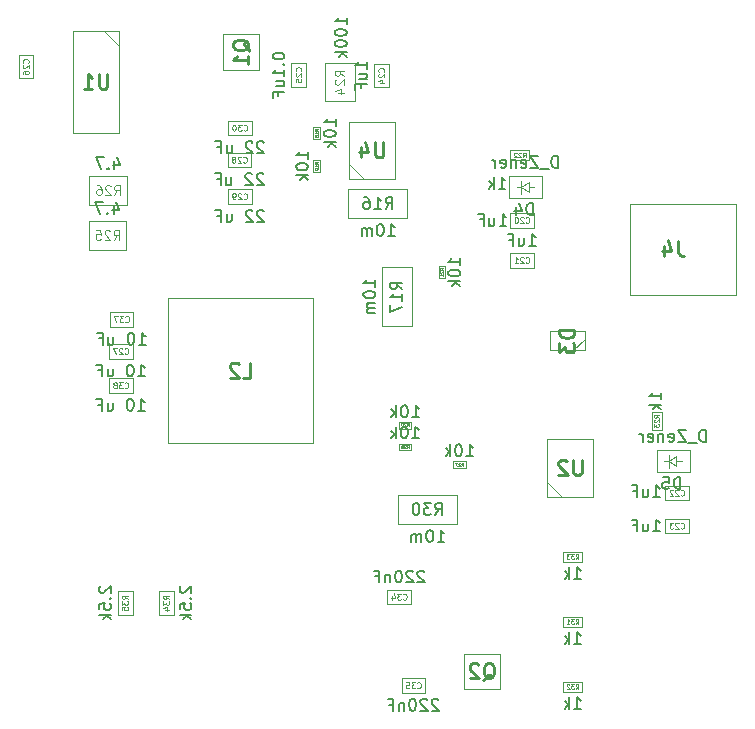
<source format=gbr>
%TF.GenerationSoftware,KiCad,Pcbnew,8.0.7*%
%TF.CreationDate,2025-05-08T16:31:26-05:00*%
%TF.ProjectId,OU_AIMNet_MPPT_v1.0,4f555f41-494d-44e6-9574-5f4d5050545f,rev?*%
%TF.SameCoordinates,Original*%
%TF.FileFunction,AssemblyDrawing,Bot*%
%FSLAX46Y46*%
G04 Gerber Fmt 4.6, Leading zero omitted, Abs format (unit mm)*
G04 Created by KiCad (PCBNEW 8.0.7) date 2025-05-08 16:31:26*
%MOMM*%
%LPD*%
G01*
G04 APERTURE LIST*
%ADD10C,0.150000*%
%ADD11C,0.080000*%
%ADD12C,0.120000*%
%ADD13C,0.254000*%
%ADD14C,0.040000*%
%ADD15C,0.060000*%
%ADD16C,0.100000*%
G04 APERTURE END LIST*
D10*
X241519047Y-171230057D02*
X241471428Y-171182438D01*
X241471428Y-171182438D02*
X241376190Y-171134819D01*
X241376190Y-171134819D02*
X241138095Y-171134819D01*
X241138095Y-171134819D02*
X241042857Y-171182438D01*
X241042857Y-171182438D02*
X240995238Y-171230057D01*
X240995238Y-171230057D02*
X240947619Y-171325295D01*
X240947619Y-171325295D02*
X240947619Y-171420533D01*
X240947619Y-171420533D02*
X240995238Y-171563390D01*
X240995238Y-171563390D02*
X241566666Y-172134819D01*
X241566666Y-172134819D02*
X240947619Y-172134819D01*
X240566666Y-171230057D02*
X240519047Y-171182438D01*
X240519047Y-171182438D02*
X240423809Y-171134819D01*
X240423809Y-171134819D02*
X240185714Y-171134819D01*
X240185714Y-171134819D02*
X240090476Y-171182438D01*
X240090476Y-171182438D02*
X240042857Y-171230057D01*
X240042857Y-171230057D02*
X239995238Y-171325295D01*
X239995238Y-171325295D02*
X239995238Y-171420533D01*
X239995238Y-171420533D02*
X240042857Y-171563390D01*
X240042857Y-171563390D02*
X240614285Y-172134819D01*
X240614285Y-172134819D02*
X239995238Y-172134819D01*
X239376190Y-171134819D02*
X239280952Y-171134819D01*
X239280952Y-171134819D02*
X239185714Y-171182438D01*
X239185714Y-171182438D02*
X239138095Y-171230057D01*
X239138095Y-171230057D02*
X239090476Y-171325295D01*
X239090476Y-171325295D02*
X239042857Y-171515771D01*
X239042857Y-171515771D02*
X239042857Y-171753866D01*
X239042857Y-171753866D02*
X239090476Y-171944342D01*
X239090476Y-171944342D02*
X239138095Y-172039580D01*
X239138095Y-172039580D02*
X239185714Y-172087200D01*
X239185714Y-172087200D02*
X239280952Y-172134819D01*
X239280952Y-172134819D02*
X239376190Y-172134819D01*
X239376190Y-172134819D02*
X239471428Y-172087200D01*
X239471428Y-172087200D02*
X239519047Y-172039580D01*
X239519047Y-172039580D02*
X239566666Y-171944342D01*
X239566666Y-171944342D02*
X239614285Y-171753866D01*
X239614285Y-171753866D02*
X239614285Y-171515771D01*
X239614285Y-171515771D02*
X239566666Y-171325295D01*
X239566666Y-171325295D02*
X239519047Y-171230057D01*
X239519047Y-171230057D02*
X239471428Y-171182438D01*
X239471428Y-171182438D02*
X239376190Y-171134819D01*
X238614285Y-171468152D02*
X238614285Y-172134819D01*
X238614285Y-171563390D02*
X238566666Y-171515771D01*
X238566666Y-171515771D02*
X238471428Y-171468152D01*
X238471428Y-171468152D02*
X238328571Y-171468152D01*
X238328571Y-171468152D02*
X238233333Y-171515771D01*
X238233333Y-171515771D02*
X238185714Y-171611009D01*
X238185714Y-171611009D02*
X238185714Y-172134819D01*
X237376190Y-171611009D02*
X237709523Y-171611009D01*
X237709523Y-172134819D02*
X237709523Y-171134819D01*
X237709523Y-171134819D02*
X237233333Y-171134819D01*
D11*
X239721428Y-170179530D02*
X239745237Y-170203340D01*
X239745237Y-170203340D02*
X239816666Y-170227149D01*
X239816666Y-170227149D02*
X239864285Y-170227149D01*
X239864285Y-170227149D02*
X239935713Y-170203340D01*
X239935713Y-170203340D02*
X239983332Y-170155720D01*
X239983332Y-170155720D02*
X240007142Y-170108101D01*
X240007142Y-170108101D02*
X240030951Y-170012863D01*
X240030951Y-170012863D02*
X240030951Y-169941435D01*
X240030951Y-169941435D02*
X240007142Y-169846197D01*
X240007142Y-169846197D02*
X239983332Y-169798578D01*
X239983332Y-169798578D02*
X239935713Y-169750959D01*
X239935713Y-169750959D02*
X239864285Y-169727149D01*
X239864285Y-169727149D02*
X239816666Y-169727149D01*
X239816666Y-169727149D02*
X239745237Y-169750959D01*
X239745237Y-169750959D02*
X239721428Y-169774768D01*
X239554761Y-169727149D02*
X239245237Y-169727149D01*
X239245237Y-169727149D02*
X239411904Y-169917625D01*
X239411904Y-169917625D02*
X239340475Y-169917625D01*
X239340475Y-169917625D02*
X239292856Y-169941435D01*
X239292856Y-169941435D02*
X239269047Y-169965244D01*
X239269047Y-169965244D02*
X239245237Y-170012863D01*
X239245237Y-170012863D02*
X239245237Y-170131911D01*
X239245237Y-170131911D02*
X239269047Y-170179530D01*
X239269047Y-170179530D02*
X239292856Y-170203340D01*
X239292856Y-170203340D02*
X239340475Y-170227149D01*
X239340475Y-170227149D02*
X239483332Y-170227149D01*
X239483332Y-170227149D02*
X239530951Y-170203340D01*
X239530951Y-170203340D02*
X239554761Y-170179530D01*
X238792857Y-169727149D02*
X239030952Y-169727149D01*
X239030952Y-169727149D02*
X239054761Y-169965244D01*
X239054761Y-169965244D02*
X239030952Y-169941435D01*
X239030952Y-169941435D02*
X238983333Y-169917625D01*
X238983333Y-169917625D02*
X238864285Y-169917625D01*
X238864285Y-169917625D02*
X238816666Y-169941435D01*
X238816666Y-169941435D02*
X238792857Y-169965244D01*
X238792857Y-169965244D02*
X238769047Y-170012863D01*
X238769047Y-170012863D02*
X238769047Y-170131911D01*
X238769047Y-170131911D02*
X238792857Y-170179530D01*
X238792857Y-170179530D02*
X238816666Y-170203340D01*
X238816666Y-170203340D02*
X238864285Y-170227149D01*
X238864285Y-170227149D02*
X238983333Y-170227149D01*
X238983333Y-170227149D02*
X239030952Y-170203340D01*
X239030952Y-170203340D02*
X239054761Y-170179530D01*
D10*
X216089881Y-143834819D02*
X216661309Y-143834819D01*
X216375595Y-143834819D02*
X216375595Y-142834819D01*
X216375595Y-142834819D02*
X216470833Y-142977676D01*
X216470833Y-142977676D02*
X216566071Y-143072914D01*
X216566071Y-143072914D02*
X216661309Y-143120533D01*
X215470833Y-142834819D02*
X215375595Y-142834819D01*
X215375595Y-142834819D02*
X215280357Y-142882438D01*
X215280357Y-142882438D02*
X215232738Y-142930057D01*
X215232738Y-142930057D02*
X215185119Y-143025295D01*
X215185119Y-143025295D02*
X215137500Y-143215771D01*
X215137500Y-143215771D02*
X215137500Y-143453866D01*
X215137500Y-143453866D02*
X215185119Y-143644342D01*
X215185119Y-143644342D02*
X215232738Y-143739580D01*
X215232738Y-143739580D02*
X215280357Y-143787200D01*
X215280357Y-143787200D02*
X215375595Y-143834819D01*
X215375595Y-143834819D02*
X215470833Y-143834819D01*
X215470833Y-143834819D02*
X215566071Y-143787200D01*
X215566071Y-143787200D02*
X215613690Y-143739580D01*
X215613690Y-143739580D02*
X215661309Y-143644342D01*
X215661309Y-143644342D02*
X215708928Y-143453866D01*
X215708928Y-143453866D02*
X215708928Y-143215771D01*
X215708928Y-143215771D02*
X215661309Y-143025295D01*
X215661309Y-143025295D02*
X215613690Y-142930057D01*
X215613690Y-142930057D02*
X215566071Y-142882438D01*
X215566071Y-142882438D02*
X215470833Y-142834819D01*
X213518452Y-143168152D02*
X213518452Y-143834819D01*
X213947023Y-143168152D02*
X213947023Y-143691961D01*
X213947023Y-143691961D02*
X213899404Y-143787200D01*
X213899404Y-143787200D02*
X213804166Y-143834819D01*
X213804166Y-143834819D02*
X213661309Y-143834819D01*
X213661309Y-143834819D02*
X213566071Y-143787200D01*
X213566071Y-143787200D02*
X213518452Y-143739580D01*
X212708928Y-143311009D02*
X213042261Y-143311009D01*
X213042261Y-143834819D02*
X213042261Y-142834819D01*
X213042261Y-142834819D02*
X212566071Y-142834819D01*
D11*
X214958928Y-141879530D02*
X214982737Y-141903340D01*
X214982737Y-141903340D02*
X215054166Y-141927149D01*
X215054166Y-141927149D02*
X215101785Y-141927149D01*
X215101785Y-141927149D02*
X215173213Y-141903340D01*
X215173213Y-141903340D02*
X215220832Y-141855720D01*
X215220832Y-141855720D02*
X215244642Y-141808101D01*
X215244642Y-141808101D02*
X215268451Y-141712863D01*
X215268451Y-141712863D02*
X215268451Y-141641435D01*
X215268451Y-141641435D02*
X215244642Y-141546197D01*
X215244642Y-141546197D02*
X215220832Y-141498578D01*
X215220832Y-141498578D02*
X215173213Y-141450959D01*
X215173213Y-141450959D02*
X215101785Y-141427149D01*
X215101785Y-141427149D02*
X215054166Y-141427149D01*
X215054166Y-141427149D02*
X214982737Y-141450959D01*
X214982737Y-141450959D02*
X214958928Y-141474768D01*
X214768451Y-141474768D02*
X214744642Y-141450959D01*
X214744642Y-141450959D02*
X214697023Y-141427149D01*
X214697023Y-141427149D02*
X214577975Y-141427149D01*
X214577975Y-141427149D02*
X214530356Y-141450959D01*
X214530356Y-141450959D02*
X214506547Y-141474768D01*
X214506547Y-141474768D02*
X214482737Y-141522387D01*
X214482737Y-141522387D02*
X214482737Y-141570006D01*
X214482737Y-141570006D02*
X214506547Y-141641435D01*
X214506547Y-141641435D02*
X214792261Y-141927149D01*
X214792261Y-141927149D02*
X214482737Y-141927149D01*
X214316071Y-141427149D02*
X213982738Y-141427149D01*
X213982738Y-141427149D02*
X214197023Y-141927149D01*
D10*
X214073809Y-125608152D02*
X214073809Y-126274819D01*
X214311904Y-125227200D02*
X214549999Y-125941485D01*
X214549999Y-125941485D02*
X213930952Y-125941485D01*
X213549999Y-126179580D02*
X213502380Y-126227200D01*
X213502380Y-126227200D02*
X213549999Y-126274819D01*
X213549999Y-126274819D02*
X213597618Y-126227200D01*
X213597618Y-126227200D02*
X213549999Y-126179580D01*
X213549999Y-126179580D02*
X213549999Y-126274819D01*
X213169047Y-125274819D02*
X212502381Y-125274819D01*
X212502381Y-125274819D02*
X212930952Y-126274819D01*
D12*
X214064285Y-128463855D02*
X214330952Y-128082902D01*
X214521428Y-128463855D02*
X214521428Y-127663855D01*
X214521428Y-127663855D02*
X214216666Y-127663855D01*
X214216666Y-127663855D02*
X214140476Y-127701950D01*
X214140476Y-127701950D02*
X214102381Y-127740045D01*
X214102381Y-127740045D02*
X214064285Y-127816236D01*
X214064285Y-127816236D02*
X214064285Y-127930521D01*
X214064285Y-127930521D02*
X214102381Y-128006712D01*
X214102381Y-128006712D02*
X214140476Y-128044807D01*
X214140476Y-128044807D02*
X214216666Y-128082902D01*
X214216666Y-128082902D02*
X214521428Y-128082902D01*
X213759524Y-127740045D02*
X213721428Y-127701950D01*
X213721428Y-127701950D02*
X213645238Y-127663855D01*
X213645238Y-127663855D02*
X213454762Y-127663855D01*
X213454762Y-127663855D02*
X213378571Y-127701950D01*
X213378571Y-127701950D02*
X213340476Y-127740045D01*
X213340476Y-127740045D02*
X213302381Y-127816236D01*
X213302381Y-127816236D02*
X213302381Y-127892426D01*
X213302381Y-127892426D02*
X213340476Y-128006712D01*
X213340476Y-128006712D02*
X213797619Y-128463855D01*
X213797619Y-128463855D02*
X213302381Y-128463855D01*
X212616666Y-127663855D02*
X212769047Y-127663855D01*
X212769047Y-127663855D02*
X212845238Y-127701950D01*
X212845238Y-127701950D02*
X212883333Y-127740045D01*
X212883333Y-127740045D02*
X212959523Y-127854331D01*
X212959523Y-127854331D02*
X212997619Y-128006712D01*
X212997619Y-128006712D02*
X212997619Y-128311474D01*
X212997619Y-128311474D02*
X212959523Y-128387664D01*
X212959523Y-128387664D02*
X212921428Y-128425760D01*
X212921428Y-128425760D02*
X212845238Y-128463855D01*
X212845238Y-128463855D02*
X212692857Y-128463855D01*
X212692857Y-128463855D02*
X212616666Y-128425760D01*
X212616666Y-128425760D02*
X212578571Y-128387664D01*
X212578571Y-128387664D02*
X212540476Y-128311474D01*
X212540476Y-128311474D02*
X212540476Y-128120998D01*
X212540476Y-128120998D02*
X212578571Y-128044807D01*
X212578571Y-128044807D02*
X212616666Y-128006712D01*
X212616666Y-128006712D02*
X212692857Y-127968617D01*
X212692857Y-127968617D02*
X212845238Y-127968617D01*
X212845238Y-127968617D02*
X212921428Y-128006712D01*
X212921428Y-128006712D02*
X212959523Y-128044807D01*
X212959523Y-128044807D02*
X212997619Y-128120998D01*
D10*
X226723809Y-124030057D02*
X226676190Y-123982438D01*
X226676190Y-123982438D02*
X226580952Y-123934819D01*
X226580952Y-123934819D02*
X226342857Y-123934819D01*
X226342857Y-123934819D02*
X226247619Y-123982438D01*
X226247619Y-123982438D02*
X226200000Y-124030057D01*
X226200000Y-124030057D02*
X226152381Y-124125295D01*
X226152381Y-124125295D02*
X226152381Y-124220533D01*
X226152381Y-124220533D02*
X226200000Y-124363390D01*
X226200000Y-124363390D02*
X226771428Y-124934819D01*
X226771428Y-124934819D02*
X226152381Y-124934819D01*
X225771428Y-124030057D02*
X225723809Y-123982438D01*
X225723809Y-123982438D02*
X225628571Y-123934819D01*
X225628571Y-123934819D02*
X225390476Y-123934819D01*
X225390476Y-123934819D02*
X225295238Y-123982438D01*
X225295238Y-123982438D02*
X225247619Y-124030057D01*
X225247619Y-124030057D02*
X225200000Y-124125295D01*
X225200000Y-124125295D02*
X225200000Y-124220533D01*
X225200000Y-124220533D02*
X225247619Y-124363390D01*
X225247619Y-124363390D02*
X225819047Y-124934819D01*
X225819047Y-124934819D02*
X225200000Y-124934819D01*
X223580952Y-124268152D02*
X223580952Y-124934819D01*
X224009523Y-124268152D02*
X224009523Y-124791961D01*
X224009523Y-124791961D02*
X223961904Y-124887200D01*
X223961904Y-124887200D02*
X223866666Y-124934819D01*
X223866666Y-124934819D02*
X223723809Y-124934819D01*
X223723809Y-124934819D02*
X223628571Y-124887200D01*
X223628571Y-124887200D02*
X223580952Y-124839580D01*
X222771428Y-124411009D02*
X223104761Y-124411009D01*
X223104761Y-124934819D02*
X223104761Y-123934819D01*
X223104761Y-123934819D02*
X222628571Y-123934819D01*
D11*
X225021428Y-122979530D02*
X225045237Y-123003340D01*
X225045237Y-123003340D02*
X225116666Y-123027149D01*
X225116666Y-123027149D02*
X225164285Y-123027149D01*
X225164285Y-123027149D02*
X225235713Y-123003340D01*
X225235713Y-123003340D02*
X225283332Y-122955720D01*
X225283332Y-122955720D02*
X225307142Y-122908101D01*
X225307142Y-122908101D02*
X225330951Y-122812863D01*
X225330951Y-122812863D02*
X225330951Y-122741435D01*
X225330951Y-122741435D02*
X225307142Y-122646197D01*
X225307142Y-122646197D02*
X225283332Y-122598578D01*
X225283332Y-122598578D02*
X225235713Y-122550959D01*
X225235713Y-122550959D02*
X225164285Y-122527149D01*
X225164285Y-122527149D02*
X225116666Y-122527149D01*
X225116666Y-122527149D02*
X225045237Y-122550959D01*
X225045237Y-122550959D02*
X225021428Y-122574768D01*
X224854761Y-122527149D02*
X224545237Y-122527149D01*
X224545237Y-122527149D02*
X224711904Y-122717625D01*
X224711904Y-122717625D02*
X224640475Y-122717625D01*
X224640475Y-122717625D02*
X224592856Y-122741435D01*
X224592856Y-122741435D02*
X224569047Y-122765244D01*
X224569047Y-122765244D02*
X224545237Y-122812863D01*
X224545237Y-122812863D02*
X224545237Y-122931911D01*
X224545237Y-122931911D02*
X224569047Y-122979530D01*
X224569047Y-122979530D02*
X224592856Y-123003340D01*
X224592856Y-123003340D02*
X224640475Y-123027149D01*
X224640475Y-123027149D02*
X224783332Y-123027149D01*
X224783332Y-123027149D02*
X224830951Y-123003340D01*
X224830951Y-123003340D02*
X224854761Y-122979530D01*
X224235714Y-122527149D02*
X224188095Y-122527149D01*
X224188095Y-122527149D02*
X224140476Y-122550959D01*
X224140476Y-122550959D02*
X224116666Y-122574768D01*
X224116666Y-122574768D02*
X224092857Y-122622387D01*
X224092857Y-122622387D02*
X224069047Y-122717625D01*
X224069047Y-122717625D02*
X224069047Y-122836673D01*
X224069047Y-122836673D02*
X224092857Y-122931911D01*
X224092857Y-122931911D02*
X224116666Y-122979530D01*
X224116666Y-122979530D02*
X224140476Y-123003340D01*
X224140476Y-123003340D02*
X224188095Y-123027149D01*
X224188095Y-123027149D02*
X224235714Y-123027149D01*
X224235714Y-123027149D02*
X224283333Y-123003340D01*
X224283333Y-123003340D02*
X224307142Y-122979530D01*
X224307142Y-122979530D02*
X224330952Y-122931911D01*
X224330952Y-122931911D02*
X224354761Y-122836673D01*
X224354761Y-122836673D02*
X224354761Y-122717625D01*
X224354761Y-122717625D02*
X224330952Y-122622387D01*
X224330952Y-122622387D02*
X224307142Y-122574768D01*
X224307142Y-122574768D02*
X224283333Y-122550959D01*
X224283333Y-122550959D02*
X224235714Y-122527149D01*
D10*
X226723809Y-129830057D02*
X226676190Y-129782438D01*
X226676190Y-129782438D02*
X226580952Y-129734819D01*
X226580952Y-129734819D02*
X226342857Y-129734819D01*
X226342857Y-129734819D02*
X226247619Y-129782438D01*
X226247619Y-129782438D02*
X226200000Y-129830057D01*
X226200000Y-129830057D02*
X226152381Y-129925295D01*
X226152381Y-129925295D02*
X226152381Y-130020533D01*
X226152381Y-130020533D02*
X226200000Y-130163390D01*
X226200000Y-130163390D02*
X226771428Y-130734819D01*
X226771428Y-130734819D02*
X226152381Y-130734819D01*
X225771428Y-129830057D02*
X225723809Y-129782438D01*
X225723809Y-129782438D02*
X225628571Y-129734819D01*
X225628571Y-129734819D02*
X225390476Y-129734819D01*
X225390476Y-129734819D02*
X225295238Y-129782438D01*
X225295238Y-129782438D02*
X225247619Y-129830057D01*
X225247619Y-129830057D02*
X225200000Y-129925295D01*
X225200000Y-129925295D02*
X225200000Y-130020533D01*
X225200000Y-130020533D02*
X225247619Y-130163390D01*
X225247619Y-130163390D02*
X225819047Y-130734819D01*
X225819047Y-130734819D02*
X225200000Y-130734819D01*
X223580952Y-130068152D02*
X223580952Y-130734819D01*
X224009523Y-130068152D02*
X224009523Y-130591961D01*
X224009523Y-130591961D02*
X223961904Y-130687200D01*
X223961904Y-130687200D02*
X223866666Y-130734819D01*
X223866666Y-130734819D02*
X223723809Y-130734819D01*
X223723809Y-130734819D02*
X223628571Y-130687200D01*
X223628571Y-130687200D02*
X223580952Y-130639580D01*
X222771428Y-130211009D02*
X223104761Y-130211009D01*
X223104761Y-130734819D02*
X223104761Y-129734819D01*
X223104761Y-129734819D02*
X222628571Y-129734819D01*
D11*
X225021428Y-128779530D02*
X225045237Y-128803340D01*
X225045237Y-128803340D02*
X225116666Y-128827149D01*
X225116666Y-128827149D02*
X225164285Y-128827149D01*
X225164285Y-128827149D02*
X225235713Y-128803340D01*
X225235713Y-128803340D02*
X225283332Y-128755720D01*
X225283332Y-128755720D02*
X225307142Y-128708101D01*
X225307142Y-128708101D02*
X225330951Y-128612863D01*
X225330951Y-128612863D02*
X225330951Y-128541435D01*
X225330951Y-128541435D02*
X225307142Y-128446197D01*
X225307142Y-128446197D02*
X225283332Y-128398578D01*
X225283332Y-128398578D02*
X225235713Y-128350959D01*
X225235713Y-128350959D02*
X225164285Y-128327149D01*
X225164285Y-128327149D02*
X225116666Y-128327149D01*
X225116666Y-128327149D02*
X225045237Y-128350959D01*
X225045237Y-128350959D02*
X225021428Y-128374768D01*
X224830951Y-128374768D02*
X224807142Y-128350959D01*
X224807142Y-128350959D02*
X224759523Y-128327149D01*
X224759523Y-128327149D02*
X224640475Y-128327149D01*
X224640475Y-128327149D02*
X224592856Y-128350959D01*
X224592856Y-128350959D02*
X224569047Y-128374768D01*
X224569047Y-128374768D02*
X224545237Y-128422387D01*
X224545237Y-128422387D02*
X224545237Y-128470006D01*
X224545237Y-128470006D02*
X224569047Y-128541435D01*
X224569047Y-128541435D02*
X224854761Y-128827149D01*
X224854761Y-128827149D02*
X224545237Y-128827149D01*
X224307142Y-128827149D02*
X224211904Y-128827149D01*
X224211904Y-128827149D02*
X224164285Y-128803340D01*
X224164285Y-128803340D02*
X224140476Y-128779530D01*
X224140476Y-128779530D02*
X224092857Y-128708101D01*
X224092857Y-128708101D02*
X224069047Y-128612863D01*
X224069047Y-128612863D02*
X224069047Y-128422387D01*
X224069047Y-128422387D02*
X224092857Y-128374768D01*
X224092857Y-128374768D02*
X224116666Y-128350959D01*
X224116666Y-128350959D02*
X224164285Y-128327149D01*
X224164285Y-128327149D02*
X224259523Y-128327149D01*
X224259523Y-128327149D02*
X224307142Y-128350959D01*
X224307142Y-128350959D02*
X224330952Y-128374768D01*
X224330952Y-128374768D02*
X224354761Y-128422387D01*
X224354761Y-128422387D02*
X224354761Y-128541435D01*
X224354761Y-128541435D02*
X224330952Y-128589054D01*
X224330952Y-128589054D02*
X224307142Y-128612863D01*
X224307142Y-128612863D02*
X224259523Y-128636673D01*
X224259523Y-128636673D02*
X224164285Y-128636673D01*
X224164285Y-128636673D02*
X224116666Y-128612863D01*
X224116666Y-128612863D02*
X224092857Y-128589054D01*
X224092857Y-128589054D02*
X224069047Y-128541435D01*
D10*
X214023809Y-129408152D02*
X214023809Y-130074819D01*
X214261904Y-129027200D02*
X214499999Y-129741485D01*
X214499999Y-129741485D02*
X213880952Y-129741485D01*
X213499999Y-129979580D02*
X213452380Y-130027200D01*
X213452380Y-130027200D02*
X213499999Y-130074819D01*
X213499999Y-130074819D02*
X213547618Y-130027200D01*
X213547618Y-130027200D02*
X213499999Y-129979580D01*
X213499999Y-129979580D02*
X213499999Y-130074819D01*
X213119047Y-129074819D02*
X212452381Y-129074819D01*
X212452381Y-129074819D02*
X212880952Y-130074819D01*
D12*
X214014285Y-132263855D02*
X214280952Y-131882902D01*
X214471428Y-132263855D02*
X214471428Y-131463855D01*
X214471428Y-131463855D02*
X214166666Y-131463855D01*
X214166666Y-131463855D02*
X214090476Y-131501950D01*
X214090476Y-131501950D02*
X214052381Y-131540045D01*
X214052381Y-131540045D02*
X214014285Y-131616236D01*
X214014285Y-131616236D02*
X214014285Y-131730521D01*
X214014285Y-131730521D02*
X214052381Y-131806712D01*
X214052381Y-131806712D02*
X214090476Y-131844807D01*
X214090476Y-131844807D02*
X214166666Y-131882902D01*
X214166666Y-131882902D02*
X214471428Y-131882902D01*
X213709524Y-131540045D02*
X213671428Y-131501950D01*
X213671428Y-131501950D02*
X213595238Y-131463855D01*
X213595238Y-131463855D02*
X213404762Y-131463855D01*
X213404762Y-131463855D02*
X213328571Y-131501950D01*
X213328571Y-131501950D02*
X213290476Y-131540045D01*
X213290476Y-131540045D02*
X213252381Y-131616236D01*
X213252381Y-131616236D02*
X213252381Y-131692426D01*
X213252381Y-131692426D02*
X213290476Y-131806712D01*
X213290476Y-131806712D02*
X213747619Y-132263855D01*
X213747619Y-132263855D02*
X213252381Y-132263855D01*
X212528571Y-131463855D02*
X212909523Y-131463855D01*
X212909523Y-131463855D02*
X212947619Y-131844807D01*
X212947619Y-131844807D02*
X212909523Y-131806712D01*
X212909523Y-131806712D02*
X212833333Y-131768617D01*
X212833333Y-131768617D02*
X212642857Y-131768617D01*
X212642857Y-131768617D02*
X212566666Y-131806712D01*
X212566666Y-131806712D02*
X212528571Y-131844807D01*
X212528571Y-131844807D02*
X212490476Y-131920998D01*
X212490476Y-131920998D02*
X212490476Y-132111474D01*
X212490476Y-132111474D02*
X212528571Y-132187664D01*
X212528571Y-132187664D02*
X212566666Y-132225760D01*
X212566666Y-132225760D02*
X212642857Y-132263855D01*
X212642857Y-132263855D02*
X212833333Y-132263855D01*
X212833333Y-132263855D02*
X212909523Y-132225760D01*
X212909523Y-132225760D02*
X212947619Y-132187664D01*
D10*
X226698809Y-126730057D02*
X226651190Y-126682438D01*
X226651190Y-126682438D02*
X226555952Y-126634819D01*
X226555952Y-126634819D02*
X226317857Y-126634819D01*
X226317857Y-126634819D02*
X226222619Y-126682438D01*
X226222619Y-126682438D02*
X226175000Y-126730057D01*
X226175000Y-126730057D02*
X226127381Y-126825295D01*
X226127381Y-126825295D02*
X226127381Y-126920533D01*
X226127381Y-126920533D02*
X226175000Y-127063390D01*
X226175000Y-127063390D02*
X226746428Y-127634819D01*
X226746428Y-127634819D02*
X226127381Y-127634819D01*
X225746428Y-126730057D02*
X225698809Y-126682438D01*
X225698809Y-126682438D02*
X225603571Y-126634819D01*
X225603571Y-126634819D02*
X225365476Y-126634819D01*
X225365476Y-126634819D02*
X225270238Y-126682438D01*
X225270238Y-126682438D02*
X225222619Y-126730057D01*
X225222619Y-126730057D02*
X225175000Y-126825295D01*
X225175000Y-126825295D02*
X225175000Y-126920533D01*
X225175000Y-126920533D02*
X225222619Y-127063390D01*
X225222619Y-127063390D02*
X225794047Y-127634819D01*
X225794047Y-127634819D02*
X225175000Y-127634819D01*
X223555952Y-126968152D02*
X223555952Y-127634819D01*
X223984523Y-126968152D02*
X223984523Y-127491961D01*
X223984523Y-127491961D02*
X223936904Y-127587200D01*
X223936904Y-127587200D02*
X223841666Y-127634819D01*
X223841666Y-127634819D02*
X223698809Y-127634819D01*
X223698809Y-127634819D02*
X223603571Y-127587200D01*
X223603571Y-127587200D02*
X223555952Y-127539580D01*
X222746428Y-127111009D02*
X223079761Y-127111009D01*
X223079761Y-127634819D02*
X223079761Y-126634819D01*
X223079761Y-126634819D02*
X222603571Y-126634819D01*
D11*
X224996428Y-125679530D02*
X225020237Y-125703340D01*
X225020237Y-125703340D02*
X225091666Y-125727149D01*
X225091666Y-125727149D02*
X225139285Y-125727149D01*
X225139285Y-125727149D02*
X225210713Y-125703340D01*
X225210713Y-125703340D02*
X225258332Y-125655720D01*
X225258332Y-125655720D02*
X225282142Y-125608101D01*
X225282142Y-125608101D02*
X225305951Y-125512863D01*
X225305951Y-125512863D02*
X225305951Y-125441435D01*
X225305951Y-125441435D02*
X225282142Y-125346197D01*
X225282142Y-125346197D02*
X225258332Y-125298578D01*
X225258332Y-125298578D02*
X225210713Y-125250959D01*
X225210713Y-125250959D02*
X225139285Y-125227149D01*
X225139285Y-125227149D02*
X225091666Y-125227149D01*
X225091666Y-125227149D02*
X225020237Y-125250959D01*
X225020237Y-125250959D02*
X224996428Y-125274768D01*
X224805951Y-125274768D02*
X224782142Y-125250959D01*
X224782142Y-125250959D02*
X224734523Y-125227149D01*
X224734523Y-125227149D02*
X224615475Y-125227149D01*
X224615475Y-125227149D02*
X224567856Y-125250959D01*
X224567856Y-125250959D02*
X224544047Y-125274768D01*
X224544047Y-125274768D02*
X224520237Y-125322387D01*
X224520237Y-125322387D02*
X224520237Y-125370006D01*
X224520237Y-125370006D02*
X224544047Y-125441435D01*
X224544047Y-125441435D02*
X224829761Y-125727149D01*
X224829761Y-125727149D02*
X224520237Y-125727149D01*
X224234523Y-125441435D02*
X224282142Y-125417625D01*
X224282142Y-125417625D02*
X224305952Y-125393816D01*
X224305952Y-125393816D02*
X224329761Y-125346197D01*
X224329761Y-125346197D02*
X224329761Y-125322387D01*
X224329761Y-125322387D02*
X224305952Y-125274768D01*
X224305952Y-125274768D02*
X224282142Y-125250959D01*
X224282142Y-125250959D02*
X224234523Y-125227149D01*
X224234523Y-125227149D02*
X224139285Y-125227149D01*
X224139285Y-125227149D02*
X224091666Y-125250959D01*
X224091666Y-125250959D02*
X224067857Y-125274768D01*
X224067857Y-125274768D02*
X224044047Y-125322387D01*
X224044047Y-125322387D02*
X224044047Y-125346197D01*
X224044047Y-125346197D02*
X224067857Y-125393816D01*
X224067857Y-125393816D02*
X224091666Y-125417625D01*
X224091666Y-125417625D02*
X224139285Y-125441435D01*
X224139285Y-125441435D02*
X224234523Y-125441435D01*
X224234523Y-125441435D02*
X224282142Y-125465244D01*
X224282142Y-125465244D02*
X224305952Y-125489054D01*
X224305952Y-125489054D02*
X224329761Y-125536673D01*
X224329761Y-125536673D02*
X224329761Y-125631911D01*
X224329761Y-125631911D02*
X224305952Y-125679530D01*
X224305952Y-125679530D02*
X224282142Y-125703340D01*
X224282142Y-125703340D02*
X224234523Y-125727149D01*
X224234523Y-125727149D02*
X224139285Y-125727149D01*
X224139285Y-125727149D02*
X224091666Y-125703340D01*
X224091666Y-125703340D02*
X224067857Y-125679530D01*
X224067857Y-125679530D02*
X224044047Y-125631911D01*
X224044047Y-125631911D02*
X224044047Y-125536673D01*
X224044047Y-125536673D02*
X224067857Y-125489054D01*
X224067857Y-125489054D02*
X224091666Y-125465244D01*
X224091666Y-125465244D02*
X224139285Y-125441435D01*
D10*
X216152381Y-141134819D02*
X216723809Y-141134819D01*
X216438095Y-141134819D02*
X216438095Y-140134819D01*
X216438095Y-140134819D02*
X216533333Y-140277676D01*
X216533333Y-140277676D02*
X216628571Y-140372914D01*
X216628571Y-140372914D02*
X216723809Y-140420533D01*
X215533333Y-140134819D02*
X215438095Y-140134819D01*
X215438095Y-140134819D02*
X215342857Y-140182438D01*
X215342857Y-140182438D02*
X215295238Y-140230057D01*
X215295238Y-140230057D02*
X215247619Y-140325295D01*
X215247619Y-140325295D02*
X215200000Y-140515771D01*
X215200000Y-140515771D02*
X215200000Y-140753866D01*
X215200000Y-140753866D02*
X215247619Y-140944342D01*
X215247619Y-140944342D02*
X215295238Y-141039580D01*
X215295238Y-141039580D02*
X215342857Y-141087200D01*
X215342857Y-141087200D02*
X215438095Y-141134819D01*
X215438095Y-141134819D02*
X215533333Y-141134819D01*
X215533333Y-141134819D02*
X215628571Y-141087200D01*
X215628571Y-141087200D02*
X215676190Y-141039580D01*
X215676190Y-141039580D02*
X215723809Y-140944342D01*
X215723809Y-140944342D02*
X215771428Y-140753866D01*
X215771428Y-140753866D02*
X215771428Y-140515771D01*
X215771428Y-140515771D02*
X215723809Y-140325295D01*
X215723809Y-140325295D02*
X215676190Y-140230057D01*
X215676190Y-140230057D02*
X215628571Y-140182438D01*
X215628571Y-140182438D02*
X215533333Y-140134819D01*
X213580952Y-140468152D02*
X213580952Y-141134819D01*
X214009523Y-140468152D02*
X214009523Y-140991961D01*
X214009523Y-140991961D02*
X213961904Y-141087200D01*
X213961904Y-141087200D02*
X213866666Y-141134819D01*
X213866666Y-141134819D02*
X213723809Y-141134819D01*
X213723809Y-141134819D02*
X213628571Y-141087200D01*
X213628571Y-141087200D02*
X213580952Y-141039580D01*
X212771428Y-140611009D02*
X213104761Y-140611009D01*
X213104761Y-141134819D02*
X213104761Y-140134819D01*
X213104761Y-140134819D02*
X212628571Y-140134819D01*
D11*
X215021428Y-139179530D02*
X215045237Y-139203340D01*
X215045237Y-139203340D02*
X215116666Y-139227149D01*
X215116666Y-139227149D02*
X215164285Y-139227149D01*
X215164285Y-139227149D02*
X215235713Y-139203340D01*
X215235713Y-139203340D02*
X215283332Y-139155720D01*
X215283332Y-139155720D02*
X215307142Y-139108101D01*
X215307142Y-139108101D02*
X215330951Y-139012863D01*
X215330951Y-139012863D02*
X215330951Y-138941435D01*
X215330951Y-138941435D02*
X215307142Y-138846197D01*
X215307142Y-138846197D02*
X215283332Y-138798578D01*
X215283332Y-138798578D02*
X215235713Y-138750959D01*
X215235713Y-138750959D02*
X215164285Y-138727149D01*
X215164285Y-138727149D02*
X215116666Y-138727149D01*
X215116666Y-138727149D02*
X215045237Y-138750959D01*
X215045237Y-138750959D02*
X215021428Y-138774768D01*
X214854761Y-138727149D02*
X214545237Y-138727149D01*
X214545237Y-138727149D02*
X214711904Y-138917625D01*
X214711904Y-138917625D02*
X214640475Y-138917625D01*
X214640475Y-138917625D02*
X214592856Y-138941435D01*
X214592856Y-138941435D02*
X214569047Y-138965244D01*
X214569047Y-138965244D02*
X214545237Y-139012863D01*
X214545237Y-139012863D02*
X214545237Y-139131911D01*
X214545237Y-139131911D02*
X214569047Y-139179530D01*
X214569047Y-139179530D02*
X214592856Y-139203340D01*
X214592856Y-139203340D02*
X214640475Y-139227149D01*
X214640475Y-139227149D02*
X214783332Y-139227149D01*
X214783332Y-139227149D02*
X214830951Y-139203340D01*
X214830951Y-139203340D02*
X214854761Y-139179530D01*
X214378571Y-138727149D02*
X214045238Y-138727149D01*
X214045238Y-138727149D02*
X214259523Y-139227149D01*
D13*
X253667619Y-150904318D02*
X253667619Y-151932413D01*
X253667619Y-151932413D02*
X253607142Y-152053365D01*
X253607142Y-152053365D02*
X253546666Y-152113842D01*
X253546666Y-152113842D02*
X253425714Y-152174318D01*
X253425714Y-152174318D02*
X253183809Y-152174318D01*
X253183809Y-152174318D02*
X253062857Y-152113842D01*
X253062857Y-152113842D02*
X253002380Y-152053365D01*
X253002380Y-152053365D02*
X252941904Y-151932413D01*
X252941904Y-151932413D02*
X252941904Y-150904318D01*
X252397619Y-151025270D02*
X252337143Y-150964794D01*
X252337143Y-150964794D02*
X252216190Y-150904318D01*
X252216190Y-150904318D02*
X251913809Y-150904318D01*
X251913809Y-150904318D02*
X251792857Y-150964794D01*
X251792857Y-150964794D02*
X251732381Y-151025270D01*
X251732381Y-151025270D02*
X251671904Y-151146222D01*
X251671904Y-151146222D02*
X251671904Y-151267175D01*
X251671904Y-151267175D02*
X251732381Y-151448603D01*
X251732381Y-151448603D02*
X252458095Y-152174318D01*
X252458095Y-152174318D02*
X251671904Y-152174318D01*
D10*
X241457142Y-157834819D02*
X242028570Y-157834819D01*
X241742856Y-157834819D02*
X241742856Y-156834819D01*
X241742856Y-156834819D02*
X241838094Y-156977676D01*
X241838094Y-156977676D02*
X241933332Y-157072914D01*
X241933332Y-157072914D02*
X242028570Y-157120533D01*
X240838094Y-156834819D02*
X240742856Y-156834819D01*
X240742856Y-156834819D02*
X240647618Y-156882438D01*
X240647618Y-156882438D02*
X240599999Y-156930057D01*
X240599999Y-156930057D02*
X240552380Y-157025295D01*
X240552380Y-157025295D02*
X240504761Y-157215771D01*
X240504761Y-157215771D02*
X240504761Y-157453866D01*
X240504761Y-157453866D02*
X240552380Y-157644342D01*
X240552380Y-157644342D02*
X240599999Y-157739580D01*
X240599999Y-157739580D02*
X240647618Y-157787200D01*
X240647618Y-157787200D02*
X240742856Y-157834819D01*
X240742856Y-157834819D02*
X240838094Y-157834819D01*
X240838094Y-157834819D02*
X240933332Y-157787200D01*
X240933332Y-157787200D02*
X240980951Y-157739580D01*
X240980951Y-157739580D02*
X241028570Y-157644342D01*
X241028570Y-157644342D02*
X241076189Y-157453866D01*
X241076189Y-157453866D02*
X241076189Y-157215771D01*
X241076189Y-157215771D02*
X241028570Y-157025295D01*
X241028570Y-157025295D02*
X240980951Y-156930057D01*
X240980951Y-156930057D02*
X240933332Y-156882438D01*
X240933332Y-156882438D02*
X240838094Y-156834819D01*
X240076189Y-157834819D02*
X240076189Y-157168152D01*
X240076189Y-157263390D02*
X240028570Y-157215771D01*
X240028570Y-157215771D02*
X239933332Y-157168152D01*
X239933332Y-157168152D02*
X239790475Y-157168152D01*
X239790475Y-157168152D02*
X239695237Y-157215771D01*
X239695237Y-157215771D02*
X239647618Y-157311009D01*
X239647618Y-157311009D02*
X239647618Y-157834819D01*
X239647618Y-157311009D02*
X239599999Y-157215771D01*
X239599999Y-157215771D02*
X239504761Y-157168152D01*
X239504761Y-157168152D02*
X239361904Y-157168152D01*
X239361904Y-157168152D02*
X239266665Y-157215771D01*
X239266665Y-157215771D02*
X239219046Y-157311009D01*
X239219046Y-157311009D02*
X239219046Y-157834819D01*
X241242857Y-155554819D02*
X241576190Y-155078628D01*
X241814285Y-155554819D02*
X241814285Y-154554819D01*
X241814285Y-154554819D02*
X241433333Y-154554819D01*
X241433333Y-154554819D02*
X241338095Y-154602438D01*
X241338095Y-154602438D02*
X241290476Y-154650057D01*
X241290476Y-154650057D02*
X241242857Y-154745295D01*
X241242857Y-154745295D02*
X241242857Y-154888152D01*
X241242857Y-154888152D02*
X241290476Y-154983390D01*
X241290476Y-154983390D02*
X241338095Y-155031009D01*
X241338095Y-155031009D02*
X241433333Y-155078628D01*
X241433333Y-155078628D02*
X241814285Y-155078628D01*
X240909523Y-154554819D02*
X240290476Y-154554819D01*
X240290476Y-154554819D02*
X240623809Y-154935771D01*
X240623809Y-154935771D02*
X240480952Y-154935771D01*
X240480952Y-154935771D02*
X240385714Y-154983390D01*
X240385714Y-154983390D02*
X240338095Y-155031009D01*
X240338095Y-155031009D02*
X240290476Y-155126247D01*
X240290476Y-155126247D02*
X240290476Y-155364342D01*
X240290476Y-155364342D02*
X240338095Y-155459580D01*
X240338095Y-155459580D02*
X240385714Y-155507200D01*
X240385714Y-155507200D02*
X240480952Y-155554819D01*
X240480952Y-155554819D02*
X240766666Y-155554819D01*
X240766666Y-155554819D02*
X240861904Y-155507200D01*
X240861904Y-155507200D02*
X240909523Y-155459580D01*
X239671428Y-154554819D02*
X239576190Y-154554819D01*
X239576190Y-154554819D02*
X239480952Y-154602438D01*
X239480952Y-154602438D02*
X239433333Y-154650057D01*
X239433333Y-154650057D02*
X239385714Y-154745295D01*
X239385714Y-154745295D02*
X239338095Y-154935771D01*
X239338095Y-154935771D02*
X239338095Y-155173866D01*
X239338095Y-155173866D02*
X239385714Y-155364342D01*
X239385714Y-155364342D02*
X239433333Y-155459580D01*
X239433333Y-155459580D02*
X239480952Y-155507200D01*
X239480952Y-155507200D02*
X239576190Y-155554819D01*
X239576190Y-155554819D02*
X239671428Y-155554819D01*
X239671428Y-155554819D02*
X239766666Y-155507200D01*
X239766666Y-155507200D02*
X239814285Y-155459580D01*
X239814285Y-155459580D02*
X239861904Y-155364342D01*
X239861904Y-155364342D02*
X239909523Y-155173866D01*
X239909523Y-155173866D02*
X239909523Y-154935771D01*
X239909523Y-154935771D02*
X239861904Y-154745295D01*
X239861904Y-154745295D02*
X239814285Y-154650057D01*
X239814285Y-154650057D02*
X239766666Y-154602438D01*
X239766666Y-154602438D02*
X239671428Y-154554819D01*
X232824819Y-122607261D02*
X232824819Y-122035833D01*
X232824819Y-122321547D02*
X231824819Y-122321547D01*
X231824819Y-122321547D02*
X231967676Y-122226309D01*
X231967676Y-122226309D02*
X232062914Y-122131071D01*
X232062914Y-122131071D02*
X232110533Y-122035833D01*
X231824819Y-123226309D02*
X231824819Y-123321547D01*
X231824819Y-123321547D02*
X231872438Y-123416785D01*
X231872438Y-123416785D02*
X231920057Y-123464404D01*
X231920057Y-123464404D02*
X232015295Y-123512023D01*
X232015295Y-123512023D02*
X232205771Y-123559642D01*
X232205771Y-123559642D02*
X232443866Y-123559642D01*
X232443866Y-123559642D02*
X232634342Y-123512023D01*
X232634342Y-123512023D02*
X232729580Y-123464404D01*
X232729580Y-123464404D02*
X232777200Y-123416785D01*
X232777200Y-123416785D02*
X232824819Y-123321547D01*
X232824819Y-123321547D02*
X232824819Y-123226309D01*
X232824819Y-123226309D02*
X232777200Y-123131071D01*
X232777200Y-123131071D02*
X232729580Y-123083452D01*
X232729580Y-123083452D02*
X232634342Y-123035833D01*
X232634342Y-123035833D02*
X232443866Y-122988214D01*
X232443866Y-122988214D02*
X232205771Y-122988214D01*
X232205771Y-122988214D02*
X232015295Y-123035833D01*
X232015295Y-123035833D02*
X231920057Y-123083452D01*
X231920057Y-123083452D02*
X231872438Y-123131071D01*
X231872438Y-123131071D02*
X231824819Y-123226309D01*
X232824819Y-123988214D02*
X231824819Y-123988214D01*
X232443866Y-124083452D02*
X232824819Y-124369166D01*
X232158152Y-124369166D02*
X232539104Y-123988214D01*
D14*
X231318200Y-123035357D02*
X231194391Y-122948690D01*
X231318200Y-122886785D02*
X231058200Y-122886785D01*
X231058200Y-122886785D02*
X231058200Y-122985833D01*
X231058200Y-122985833D02*
X231070581Y-123010595D01*
X231070581Y-123010595D02*
X231082962Y-123022976D01*
X231082962Y-123022976D02*
X231107724Y-123035357D01*
X231107724Y-123035357D02*
X231144867Y-123035357D01*
X231144867Y-123035357D02*
X231169629Y-123022976D01*
X231169629Y-123022976D02*
X231182010Y-123010595D01*
X231182010Y-123010595D02*
X231194391Y-122985833D01*
X231194391Y-122985833D02*
X231194391Y-122886785D01*
X231318200Y-123282976D02*
X231318200Y-123134404D01*
X231318200Y-123208690D02*
X231058200Y-123208690D01*
X231058200Y-123208690D02*
X231095343Y-123183928D01*
X231095343Y-123183928D02*
X231120105Y-123159166D01*
X231120105Y-123159166D02*
X231132486Y-123134404D01*
X231169629Y-123431547D02*
X231157248Y-123406785D01*
X231157248Y-123406785D02*
X231144867Y-123394404D01*
X231144867Y-123394404D02*
X231120105Y-123382023D01*
X231120105Y-123382023D02*
X231107724Y-123382023D01*
X231107724Y-123382023D02*
X231082962Y-123394404D01*
X231082962Y-123394404D02*
X231070581Y-123406785D01*
X231070581Y-123406785D02*
X231058200Y-123431547D01*
X231058200Y-123431547D02*
X231058200Y-123481071D01*
X231058200Y-123481071D02*
X231070581Y-123505833D01*
X231070581Y-123505833D02*
X231082962Y-123518214D01*
X231082962Y-123518214D02*
X231107724Y-123530595D01*
X231107724Y-123530595D02*
X231120105Y-123530595D01*
X231120105Y-123530595D02*
X231144867Y-123518214D01*
X231144867Y-123518214D02*
X231157248Y-123505833D01*
X231157248Y-123505833D02*
X231169629Y-123481071D01*
X231169629Y-123481071D02*
X231169629Y-123431547D01*
X231169629Y-123431547D02*
X231182010Y-123406785D01*
X231182010Y-123406785D02*
X231194391Y-123394404D01*
X231194391Y-123394404D02*
X231219153Y-123382023D01*
X231219153Y-123382023D02*
X231268677Y-123382023D01*
X231268677Y-123382023D02*
X231293439Y-123394404D01*
X231293439Y-123394404D02*
X231305820Y-123406785D01*
X231305820Y-123406785D02*
X231318200Y-123431547D01*
X231318200Y-123431547D02*
X231318200Y-123481071D01*
X231318200Y-123481071D02*
X231305820Y-123505833D01*
X231305820Y-123505833D02*
X231293439Y-123518214D01*
X231293439Y-123518214D02*
X231268677Y-123530595D01*
X231268677Y-123530595D02*
X231219153Y-123530595D01*
X231219153Y-123530595D02*
X231194391Y-123518214D01*
X231194391Y-123518214D02*
X231182010Y-123505833D01*
X231182010Y-123505833D02*
X231169629Y-123481071D01*
D10*
X239297738Y-147284819D02*
X239869166Y-147284819D01*
X239583452Y-147284819D02*
X239583452Y-146284819D01*
X239583452Y-146284819D02*
X239678690Y-146427676D01*
X239678690Y-146427676D02*
X239773928Y-146522914D01*
X239773928Y-146522914D02*
X239869166Y-146570533D01*
X238678690Y-146284819D02*
X238583452Y-146284819D01*
X238583452Y-146284819D02*
X238488214Y-146332438D01*
X238488214Y-146332438D02*
X238440595Y-146380057D01*
X238440595Y-146380057D02*
X238392976Y-146475295D01*
X238392976Y-146475295D02*
X238345357Y-146665771D01*
X238345357Y-146665771D02*
X238345357Y-146903866D01*
X238345357Y-146903866D02*
X238392976Y-147094342D01*
X238392976Y-147094342D02*
X238440595Y-147189580D01*
X238440595Y-147189580D02*
X238488214Y-147237200D01*
X238488214Y-147237200D02*
X238583452Y-147284819D01*
X238583452Y-147284819D02*
X238678690Y-147284819D01*
X238678690Y-147284819D02*
X238773928Y-147237200D01*
X238773928Y-147237200D02*
X238821547Y-147189580D01*
X238821547Y-147189580D02*
X238869166Y-147094342D01*
X238869166Y-147094342D02*
X238916785Y-146903866D01*
X238916785Y-146903866D02*
X238916785Y-146665771D01*
X238916785Y-146665771D02*
X238869166Y-146475295D01*
X238869166Y-146475295D02*
X238821547Y-146380057D01*
X238821547Y-146380057D02*
X238773928Y-146332438D01*
X238773928Y-146332438D02*
X238678690Y-146284819D01*
X237916785Y-147284819D02*
X237916785Y-146284819D01*
X237821547Y-146903866D02*
X237535833Y-147284819D01*
X237535833Y-146618152D02*
X237916785Y-146999104D01*
D14*
X238869642Y-148018200D02*
X238956309Y-147894391D01*
X239018214Y-148018200D02*
X239018214Y-147758200D01*
X239018214Y-147758200D02*
X238919166Y-147758200D01*
X238919166Y-147758200D02*
X238894404Y-147770581D01*
X238894404Y-147770581D02*
X238882023Y-147782962D01*
X238882023Y-147782962D02*
X238869642Y-147807724D01*
X238869642Y-147807724D02*
X238869642Y-147844867D01*
X238869642Y-147844867D02*
X238882023Y-147869629D01*
X238882023Y-147869629D02*
X238894404Y-147882010D01*
X238894404Y-147882010D02*
X238919166Y-147894391D01*
X238919166Y-147894391D02*
X239018214Y-147894391D01*
X238770595Y-147782962D02*
X238758214Y-147770581D01*
X238758214Y-147770581D02*
X238733452Y-147758200D01*
X238733452Y-147758200D02*
X238671547Y-147758200D01*
X238671547Y-147758200D02*
X238646785Y-147770581D01*
X238646785Y-147770581D02*
X238634404Y-147782962D01*
X238634404Y-147782962D02*
X238622023Y-147807724D01*
X238622023Y-147807724D02*
X238622023Y-147832486D01*
X238622023Y-147832486D02*
X238634404Y-147869629D01*
X238634404Y-147869629D02*
X238782976Y-148018200D01*
X238782976Y-148018200D02*
X238622023Y-148018200D01*
X238461071Y-147758200D02*
X238436309Y-147758200D01*
X238436309Y-147758200D02*
X238411547Y-147770581D01*
X238411547Y-147770581D02*
X238399166Y-147782962D01*
X238399166Y-147782962D02*
X238386785Y-147807724D01*
X238386785Y-147807724D02*
X238374404Y-147857248D01*
X238374404Y-147857248D02*
X238374404Y-147919153D01*
X238374404Y-147919153D02*
X238386785Y-147968677D01*
X238386785Y-147968677D02*
X238399166Y-147993439D01*
X238399166Y-147993439D02*
X238411547Y-148005820D01*
X238411547Y-148005820D02*
X238436309Y-148018200D01*
X238436309Y-148018200D02*
X238461071Y-148018200D01*
X238461071Y-148018200D02*
X238485833Y-148005820D01*
X238485833Y-148005820D02*
X238498214Y-147993439D01*
X238498214Y-147993439D02*
X238510595Y-147968677D01*
X238510595Y-147968677D02*
X238522976Y-147919153D01*
X238522976Y-147919153D02*
X238522976Y-147857248D01*
X238522976Y-147857248D02*
X238510595Y-147807724D01*
X238510595Y-147807724D02*
X238498214Y-147782962D01*
X238498214Y-147782962D02*
X238485833Y-147770581D01*
X238485833Y-147770581D02*
X238461071Y-147758200D01*
D10*
X212900057Y-161595238D02*
X212852438Y-161642857D01*
X212852438Y-161642857D02*
X212804819Y-161738095D01*
X212804819Y-161738095D02*
X212804819Y-161976190D01*
X212804819Y-161976190D02*
X212852438Y-162071428D01*
X212852438Y-162071428D02*
X212900057Y-162119047D01*
X212900057Y-162119047D02*
X212995295Y-162166666D01*
X212995295Y-162166666D02*
X213090533Y-162166666D01*
X213090533Y-162166666D02*
X213233390Y-162119047D01*
X213233390Y-162119047D02*
X213804819Y-161547619D01*
X213804819Y-161547619D02*
X213804819Y-162166666D01*
X213709580Y-162595238D02*
X213757200Y-162642857D01*
X213757200Y-162642857D02*
X213804819Y-162595238D01*
X213804819Y-162595238D02*
X213757200Y-162547619D01*
X213757200Y-162547619D02*
X213709580Y-162595238D01*
X213709580Y-162595238D02*
X213804819Y-162595238D01*
X212804819Y-163547618D02*
X212804819Y-163071428D01*
X212804819Y-163071428D02*
X213281009Y-163023809D01*
X213281009Y-163023809D02*
X213233390Y-163071428D01*
X213233390Y-163071428D02*
X213185771Y-163166666D01*
X213185771Y-163166666D02*
X213185771Y-163404761D01*
X213185771Y-163404761D02*
X213233390Y-163499999D01*
X213233390Y-163499999D02*
X213281009Y-163547618D01*
X213281009Y-163547618D02*
X213376247Y-163595237D01*
X213376247Y-163595237D02*
X213614342Y-163595237D01*
X213614342Y-163595237D02*
X213709580Y-163547618D01*
X213709580Y-163547618D02*
X213757200Y-163499999D01*
X213757200Y-163499999D02*
X213804819Y-163404761D01*
X213804819Y-163404761D02*
X213804819Y-163166666D01*
X213804819Y-163166666D02*
X213757200Y-163071428D01*
X213757200Y-163071428D02*
X213709580Y-163023809D01*
X213804819Y-164023809D02*
X212804819Y-164023809D01*
X213423866Y-164119047D02*
X213804819Y-164404761D01*
X213138152Y-164404761D02*
X213519104Y-164023809D01*
D11*
X215227149Y-162678571D02*
X214989054Y-162511905D01*
X215227149Y-162392857D02*
X214727149Y-162392857D01*
X214727149Y-162392857D02*
X214727149Y-162583333D01*
X214727149Y-162583333D02*
X214750959Y-162630952D01*
X214750959Y-162630952D02*
X214774768Y-162654762D01*
X214774768Y-162654762D02*
X214822387Y-162678571D01*
X214822387Y-162678571D02*
X214893816Y-162678571D01*
X214893816Y-162678571D02*
X214941435Y-162654762D01*
X214941435Y-162654762D02*
X214965244Y-162630952D01*
X214965244Y-162630952D02*
X214989054Y-162583333D01*
X214989054Y-162583333D02*
X214989054Y-162392857D01*
X214727149Y-162845238D02*
X214727149Y-163154762D01*
X214727149Y-163154762D02*
X214917625Y-162988095D01*
X214917625Y-162988095D02*
X214917625Y-163059524D01*
X214917625Y-163059524D02*
X214941435Y-163107143D01*
X214941435Y-163107143D02*
X214965244Y-163130952D01*
X214965244Y-163130952D02*
X215012863Y-163154762D01*
X215012863Y-163154762D02*
X215131911Y-163154762D01*
X215131911Y-163154762D02*
X215179530Y-163130952D01*
X215179530Y-163130952D02*
X215203340Y-163107143D01*
X215203340Y-163107143D02*
X215227149Y-163059524D01*
X215227149Y-163059524D02*
X215227149Y-162916667D01*
X215227149Y-162916667D02*
X215203340Y-162869048D01*
X215203340Y-162869048D02*
X215179530Y-162845238D01*
X214727149Y-163607142D02*
X214727149Y-163369047D01*
X214727149Y-163369047D02*
X214965244Y-163345238D01*
X214965244Y-163345238D02*
X214941435Y-163369047D01*
X214941435Y-163369047D02*
X214917625Y-163416666D01*
X214917625Y-163416666D02*
X214917625Y-163535714D01*
X214917625Y-163535714D02*
X214941435Y-163583333D01*
X214941435Y-163583333D02*
X214965244Y-163607142D01*
X214965244Y-163607142D02*
X215012863Y-163630952D01*
X215012863Y-163630952D02*
X215131911Y-163630952D01*
X215131911Y-163630952D02*
X215179530Y-163607142D01*
X215179530Y-163607142D02*
X215203340Y-163583333D01*
X215203340Y-163583333D02*
X215227149Y-163535714D01*
X215227149Y-163535714D02*
X215227149Y-163416666D01*
X215227149Y-163416666D02*
X215203340Y-163369047D01*
X215203340Y-163369047D02*
X215179530Y-163345238D01*
D10*
X216089881Y-146734819D02*
X216661309Y-146734819D01*
X216375595Y-146734819D02*
X216375595Y-145734819D01*
X216375595Y-145734819D02*
X216470833Y-145877676D01*
X216470833Y-145877676D02*
X216566071Y-145972914D01*
X216566071Y-145972914D02*
X216661309Y-146020533D01*
X215470833Y-145734819D02*
X215375595Y-145734819D01*
X215375595Y-145734819D02*
X215280357Y-145782438D01*
X215280357Y-145782438D02*
X215232738Y-145830057D01*
X215232738Y-145830057D02*
X215185119Y-145925295D01*
X215185119Y-145925295D02*
X215137500Y-146115771D01*
X215137500Y-146115771D02*
X215137500Y-146353866D01*
X215137500Y-146353866D02*
X215185119Y-146544342D01*
X215185119Y-146544342D02*
X215232738Y-146639580D01*
X215232738Y-146639580D02*
X215280357Y-146687200D01*
X215280357Y-146687200D02*
X215375595Y-146734819D01*
X215375595Y-146734819D02*
X215470833Y-146734819D01*
X215470833Y-146734819D02*
X215566071Y-146687200D01*
X215566071Y-146687200D02*
X215613690Y-146639580D01*
X215613690Y-146639580D02*
X215661309Y-146544342D01*
X215661309Y-146544342D02*
X215708928Y-146353866D01*
X215708928Y-146353866D02*
X215708928Y-146115771D01*
X215708928Y-146115771D02*
X215661309Y-145925295D01*
X215661309Y-145925295D02*
X215613690Y-145830057D01*
X215613690Y-145830057D02*
X215566071Y-145782438D01*
X215566071Y-145782438D02*
X215470833Y-145734819D01*
X213518452Y-146068152D02*
X213518452Y-146734819D01*
X213947023Y-146068152D02*
X213947023Y-146591961D01*
X213947023Y-146591961D02*
X213899404Y-146687200D01*
X213899404Y-146687200D02*
X213804166Y-146734819D01*
X213804166Y-146734819D02*
X213661309Y-146734819D01*
X213661309Y-146734819D02*
X213566071Y-146687200D01*
X213566071Y-146687200D02*
X213518452Y-146639580D01*
X212708928Y-146211009D02*
X213042261Y-146211009D01*
X213042261Y-146734819D02*
X213042261Y-145734819D01*
X213042261Y-145734819D02*
X212566071Y-145734819D01*
D11*
X214958928Y-144779530D02*
X214982737Y-144803340D01*
X214982737Y-144803340D02*
X215054166Y-144827149D01*
X215054166Y-144827149D02*
X215101785Y-144827149D01*
X215101785Y-144827149D02*
X215173213Y-144803340D01*
X215173213Y-144803340D02*
X215220832Y-144755720D01*
X215220832Y-144755720D02*
X215244642Y-144708101D01*
X215244642Y-144708101D02*
X215268451Y-144612863D01*
X215268451Y-144612863D02*
X215268451Y-144541435D01*
X215268451Y-144541435D02*
X215244642Y-144446197D01*
X215244642Y-144446197D02*
X215220832Y-144398578D01*
X215220832Y-144398578D02*
X215173213Y-144350959D01*
X215173213Y-144350959D02*
X215101785Y-144327149D01*
X215101785Y-144327149D02*
X215054166Y-144327149D01*
X215054166Y-144327149D02*
X214982737Y-144350959D01*
X214982737Y-144350959D02*
X214958928Y-144374768D01*
X214792261Y-144327149D02*
X214482737Y-144327149D01*
X214482737Y-144327149D02*
X214649404Y-144517625D01*
X214649404Y-144517625D02*
X214577975Y-144517625D01*
X214577975Y-144517625D02*
X214530356Y-144541435D01*
X214530356Y-144541435D02*
X214506547Y-144565244D01*
X214506547Y-144565244D02*
X214482737Y-144612863D01*
X214482737Y-144612863D02*
X214482737Y-144731911D01*
X214482737Y-144731911D02*
X214506547Y-144779530D01*
X214506547Y-144779530D02*
X214530356Y-144803340D01*
X214530356Y-144803340D02*
X214577975Y-144827149D01*
X214577975Y-144827149D02*
X214720832Y-144827149D01*
X214720832Y-144827149D02*
X214768451Y-144803340D01*
X214768451Y-144803340D02*
X214792261Y-144779530D01*
X214197023Y-144541435D02*
X214244642Y-144517625D01*
X214244642Y-144517625D02*
X214268452Y-144493816D01*
X214268452Y-144493816D02*
X214292261Y-144446197D01*
X214292261Y-144446197D02*
X214292261Y-144422387D01*
X214292261Y-144422387D02*
X214268452Y-144374768D01*
X214268452Y-144374768D02*
X214244642Y-144350959D01*
X214244642Y-144350959D02*
X214197023Y-144327149D01*
X214197023Y-144327149D02*
X214101785Y-144327149D01*
X214101785Y-144327149D02*
X214054166Y-144350959D01*
X214054166Y-144350959D02*
X214030357Y-144374768D01*
X214030357Y-144374768D02*
X214006547Y-144422387D01*
X214006547Y-144422387D02*
X214006547Y-144446197D01*
X214006547Y-144446197D02*
X214030357Y-144493816D01*
X214030357Y-144493816D02*
X214054166Y-144517625D01*
X214054166Y-144517625D02*
X214101785Y-144541435D01*
X214101785Y-144541435D02*
X214197023Y-144541435D01*
X214197023Y-144541435D02*
X214244642Y-144565244D01*
X214244642Y-144565244D02*
X214268452Y-144589054D01*
X214268452Y-144589054D02*
X214292261Y-144636673D01*
X214292261Y-144636673D02*
X214292261Y-144731911D01*
X214292261Y-144731911D02*
X214268452Y-144779530D01*
X214268452Y-144779530D02*
X214244642Y-144803340D01*
X214244642Y-144803340D02*
X214197023Y-144827149D01*
X214197023Y-144827149D02*
X214101785Y-144827149D01*
X214101785Y-144827149D02*
X214054166Y-144803340D01*
X214054166Y-144803340D02*
X214030357Y-144779530D01*
X214030357Y-144779530D02*
X214006547Y-144731911D01*
X214006547Y-144731911D02*
X214006547Y-144636673D01*
X214006547Y-144636673D02*
X214030357Y-144589054D01*
X214030357Y-144589054D02*
X214054166Y-144565244D01*
X214054166Y-144565244D02*
X214101785Y-144541435D01*
D10*
X246619047Y-127954819D02*
X247190475Y-127954819D01*
X246904761Y-127954819D02*
X246904761Y-126954819D01*
X246904761Y-126954819D02*
X246999999Y-127097676D01*
X246999999Y-127097676D02*
X247095237Y-127192914D01*
X247095237Y-127192914D02*
X247190475Y-127240533D01*
X246190475Y-127954819D02*
X246190475Y-126954819D01*
X246095237Y-127573866D02*
X245809523Y-127954819D01*
X245809523Y-127288152D02*
X246190475Y-127669104D01*
D15*
X248669642Y-125281927D02*
X248802975Y-125091451D01*
X248898213Y-125281927D02*
X248898213Y-124881927D01*
X248898213Y-124881927D02*
X248745832Y-124881927D01*
X248745832Y-124881927D02*
X248707737Y-124900975D01*
X248707737Y-124900975D02*
X248688690Y-124920022D01*
X248688690Y-124920022D02*
X248669642Y-124958118D01*
X248669642Y-124958118D02*
X248669642Y-125015260D01*
X248669642Y-125015260D02*
X248688690Y-125053356D01*
X248688690Y-125053356D02*
X248707737Y-125072403D01*
X248707737Y-125072403D02*
X248745832Y-125091451D01*
X248745832Y-125091451D02*
X248898213Y-125091451D01*
X248517261Y-124920022D02*
X248498213Y-124900975D01*
X248498213Y-124900975D02*
X248460118Y-124881927D01*
X248460118Y-124881927D02*
X248364880Y-124881927D01*
X248364880Y-124881927D02*
X248326785Y-124900975D01*
X248326785Y-124900975D02*
X248307737Y-124920022D01*
X248307737Y-124920022D02*
X248288690Y-124958118D01*
X248288690Y-124958118D02*
X248288690Y-124996213D01*
X248288690Y-124996213D02*
X248307737Y-125053356D01*
X248307737Y-125053356D02*
X248536309Y-125281927D01*
X248536309Y-125281927D02*
X248288690Y-125281927D01*
X248136309Y-124920022D02*
X248117261Y-124900975D01*
X248117261Y-124900975D02*
X248079166Y-124881927D01*
X248079166Y-124881927D02*
X247983928Y-124881927D01*
X247983928Y-124881927D02*
X247945833Y-124900975D01*
X247945833Y-124900975D02*
X247926785Y-124920022D01*
X247926785Y-124920022D02*
X247907738Y-124958118D01*
X247907738Y-124958118D02*
X247907738Y-124996213D01*
X247907738Y-124996213D02*
X247926785Y-125053356D01*
X247926785Y-125053356D02*
X248155357Y-125281927D01*
X248155357Y-125281927D02*
X247907738Y-125281927D01*
D10*
X236174819Y-136242857D02*
X236174819Y-135671429D01*
X236174819Y-135957143D02*
X235174819Y-135957143D01*
X235174819Y-135957143D02*
X235317676Y-135861905D01*
X235317676Y-135861905D02*
X235412914Y-135766667D01*
X235412914Y-135766667D02*
X235460533Y-135671429D01*
X235174819Y-136861905D02*
X235174819Y-136957143D01*
X235174819Y-136957143D02*
X235222438Y-137052381D01*
X235222438Y-137052381D02*
X235270057Y-137100000D01*
X235270057Y-137100000D02*
X235365295Y-137147619D01*
X235365295Y-137147619D02*
X235555771Y-137195238D01*
X235555771Y-137195238D02*
X235793866Y-137195238D01*
X235793866Y-137195238D02*
X235984342Y-137147619D01*
X235984342Y-137147619D02*
X236079580Y-137100000D01*
X236079580Y-137100000D02*
X236127200Y-137052381D01*
X236127200Y-137052381D02*
X236174819Y-136957143D01*
X236174819Y-136957143D02*
X236174819Y-136861905D01*
X236174819Y-136861905D02*
X236127200Y-136766667D01*
X236127200Y-136766667D02*
X236079580Y-136719048D01*
X236079580Y-136719048D02*
X235984342Y-136671429D01*
X235984342Y-136671429D02*
X235793866Y-136623810D01*
X235793866Y-136623810D02*
X235555771Y-136623810D01*
X235555771Y-136623810D02*
X235365295Y-136671429D01*
X235365295Y-136671429D02*
X235270057Y-136719048D01*
X235270057Y-136719048D02*
X235222438Y-136766667D01*
X235222438Y-136766667D02*
X235174819Y-136861905D01*
X236174819Y-137623810D02*
X235508152Y-137623810D01*
X235603390Y-137623810D02*
X235555771Y-137671429D01*
X235555771Y-137671429D02*
X235508152Y-137766667D01*
X235508152Y-137766667D02*
X235508152Y-137909524D01*
X235508152Y-137909524D02*
X235555771Y-138004762D01*
X235555771Y-138004762D02*
X235651009Y-138052381D01*
X235651009Y-138052381D02*
X236174819Y-138052381D01*
X235651009Y-138052381D02*
X235555771Y-138100000D01*
X235555771Y-138100000D02*
X235508152Y-138195238D01*
X235508152Y-138195238D02*
X235508152Y-138338095D01*
X235508152Y-138338095D02*
X235555771Y-138433334D01*
X235555771Y-138433334D02*
X235651009Y-138480953D01*
X235651009Y-138480953D02*
X236174819Y-138480953D01*
X238454819Y-136457142D02*
X237978628Y-136123809D01*
X238454819Y-135885714D02*
X237454819Y-135885714D01*
X237454819Y-135885714D02*
X237454819Y-136266666D01*
X237454819Y-136266666D02*
X237502438Y-136361904D01*
X237502438Y-136361904D02*
X237550057Y-136409523D01*
X237550057Y-136409523D02*
X237645295Y-136457142D01*
X237645295Y-136457142D02*
X237788152Y-136457142D01*
X237788152Y-136457142D02*
X237883390Y-136409523D01*
X237883390Y-136409523D02*
X237931009Y-136361904D01*
X237931009Y-136361904D02*
X237978628Y-136266666D01*
X237978628Y-136266666D02*
X237978628Y-135885714D01*
X238454819Y-137409523D02*
X238454819Y-136838095D01*
X238454819Y-137123809D02*
X237454819Y-137123809D01*
X237454819Y-137123809D02*
X237597676Y-137028571D01*
X237597676Y-137028571D02*
X237692914Y-136933333D01*
X237692914Y-136933333D02*
X237740533Y-136838095D01*
X237454819Y-137742857D02*
X237454819Y-138409523D01*
X237454819Y-138409523D02*
X238454819Y-137980952D01*
X243354819Y-134404761D02*
X243354819Y-133833333D01*
X243354819Y-134119047D02*
X242354819Y-134119047D01*
X242354819Y-134119047D02*
X242497676Y-134023809D01*
X242497676Y-134023809D02*
X242592914Y-133928571D01*
X242592914Y-133928571D02*
X242640533Y-133833333D01*
X242354819Y-135023809D02*
X242354819Y-135119047D01*
X242354819Y-135119047D02*
X242402438Y-135214285D01*
X242402438Y-135214285D02*
X242450057Y-135261904D01*
X242450057Y-135261904D02*
X242545295Y-135309523D01*
X242545295Y-135309523D02*
X242735771Y-135357142D01*
X242735771Y-135357142D02*
X242973866Y-135357142D01*
X242973866Y-135357142D02*
X243164342Y-135309523D01*
X243164342Y-135309523D02*
X243259580Y-135261904D01*
X243259580Y-135261904D02*
X243307200Y-135214285D01*
X243307200Y-135214285D02*
X243354819Y-135119047D01*
X243354819Y-135119047D02*
X243354819Y-135023809D01*
X243354819Y-135023809D02*
X243307200Y-134928571D01*
X243307200Y-134928571D02*
X243259580Y-134880952D01*
X243259580Y-134880952D02*
X243164342Y-134833333D01*
X243164342Y-134833333D02*
X242973866Y-134785714D01*
X242973866Y-134785714D02*
X242735771Y-134785714D01*
X242735771Y-134785714D02*
X242545295Y-134833333D01*
X242545295Y-134833333D02*
X242450057Y-134880952D01*
X242450057Y-134880952D02*
X242402438Y-134928571D01*
X242402438Y-134928571D02*
X242354819Y-135023809D01*
X243354819Y-135785714D02*
X242354819Y-135785714D01*
X242973866Y-135880952D02*
X243354819Y-136166666D01*
X242688152Y-136166666D02*
X243069104Y-135785714D01*
D14*
X241918200Y-134830357D02*
X241794391Y-134743690D01*
X241918200Y-134681785D02*
X241658200Y-134681785D01*
X241658200Y-134681785D02*
X241658200Y-134780833D01*
X241658200Y-134780833D02*
X241670581Y-134805595D01*
X241670581Y-134805595D02*
X241682962Y-134817976D01*
X241682962Y-134817976D02*
X241707724Y-134830357D01*
X241707724Y-134830357D02*
X241744867Y-134830357D01*
X241744867Y-134830357D02*
X241769629Y-134817976D01*
X241769629Y-134817976D02*
X241782010Y-134805595D01*
X241782010Y-134805595D02*
X241794391Y-134780833D01*
X241794391Y-134780833D02*
X241794391Y-134681785D01*
X241682962Y-134929404D02*
X241670581Y-134941785D01*
X241670581Y-134941785D02*
X241658200Y-134966547D01*
X241658200Y-134966547D02*
X241658200Y-135028452D01*
X241658200Y-135028452D02*
X241670581Y-135053214D01*
X241670581Y-135053214D02*
X241682962Y-135065595D01*
X241682962Y-135065595D02*
X241707724Y-135077976D01*
X241707724Y-135077976D02*
X241732486Y-135077976D01*
X241732486Y-135077976D02*
X241769629Y-135065595D01*
X241769629Y-135065595D02*
X241918200Y-134917023D01*
X241918200Y-134917023D02*
X241918200Y-135077976D01*
X241918200Y-135325595D02*
X241918200Y-135177023D01*
X241918200Y-135251309D02*
X241658200Y-135251309D01*
X241658200Y-135251309D02*
X241695343Y-135226547D01*
X241695343Y-135226547D02*
X241720105Y-135201785D01*
X241720105Y-135201785D02*
X241732486Y-135177023D01*
D13*
X253024318Y-139862618D02*
X251754318Y-139862618D01*
X251754318Y-139862618D02*
X251754318Y-140164999D01*
X251754318Y-140164999D02*
X251814794Y-140346428D01*
X251814794Y-140346428D02*
X251935746Y-140467380D01*
X251935746Y-140467380D02*
X252056699Y-140527857D01*
X252056699Y-140527857D02*
X252298603Y-140588333D01*
X252298603Y-140588333D02*
X252480032Y-140588333D01*
X252480032Y-140588333D02*
X252721937Y-140527857D01*
X252721937Y-140527857D02*
X252842889Y-140467380D01*
X252842889Y-140467380D02*
X252963842Y-140346428D01*
X252963842Y-140346428D02*
X253024318Y-140164999D01*
X253024318Y-140164999D02*
X253024318Y-139862618D01*
X251754318Y-141011666D02*
X251754318Y-141797857D01*
X251754318Y-141797857D02*
X252238127Y-141374523D01*
X252238127Y-141374523D02*
X252238127Y-141555952D01*
X252238127Y-141555952D02*
X252298603Y-141676904D01*
X252298603Y-141676904D02*
X252359080Y-141737380D01*
X252359080Y-141737380D02*
X252480032Y-141797857D01*
X252480032Y-141797857D02*
X252782413Y-141797857D01*
X252782413Y-141797857D02*
X252903365Y-141737380D01*
X252903365Y-141737380D02*
X252963842Y-141676904D01*
X252963842Y-141676904D02*
X253024318Y-141555952D01*
X253024318Y-141555952D02*
X253024318Y-141193095D01*
X253024318Y-141193095D02*
X252963842Y-141072142D01*
X252963842Y-141072142D02*
X252903365Y-141011666D01*
X213492619Y-118214318D02*
X213492619Y-119242413D01*
X213492619Y-119242413D02*
X213432142Y-119363365D01*
X213432142Y-119363365D02*
X213371666Y-119423842D01*
X213371666Y-119423842D02*
X213250714Y-119484318D01*
X213250714Y-119484318D02*
X213008809Y-119484318D01*
X213008809Y-119484318D02*
X212887857Y-119423842D01*
X212887857Y-119423842D02*
X212827380Y-119363365D01*
X212827380Y-119363365D02*
X212766904Y-119242413D01*
X212766904Y-119242413D02*
X212766904Y-118214318D01*
X211496904Y-119484318D02*
X212222619Y-119484318D01*
X211859762Y-119484318D02*
X211859762Y-118214318D01*
X211859762Y-118214318D02*
X211980714Y-118395746D01*
X211980714Y-118395746D02*
X212101666Y-118516699D01*
X212101666Y-118516699D02*
X212222619Y-118577175D01*
D10*
X253006547Y-160984819D02*
X253577975Y-160984819D01*
X253292261Y-160984819D02*
X253292261Y-159984819D01*
X253292261Y-159984819D02*
X253387499Y-160127676D01*
X253387499Y-160127676D02*
X253482737Y-160222914D01*
X253482737Y-160222914D02*
X253577975Y-160270533D01*
X252577975Y-160984819D02*
X252577975Y-159984819D01*
X252482737Y-160603866D02*
X252197023Y-160984819D01*
X252197023Y-160318152D02*
X252577975Y-160699104D01*
D15*
X253144642Y-159281927D02*
X253277975Y-159091451D01*
X253373213Y-159281927D02*
X253373213Y-158881927D01*
X253373213Y-158881927D02*
X253220832Y-158881927D01*
X253220832Y-158881927D02*
X253182737Y-158900975D01*
X253182737Y-158900975D02*
X253163690Y-158920022D01*
X253163690Y-158920022D02*
X253144642Y-158958118D01*
X253144642Y-158958118D02*
X253144642Y-159015260D01*
X253144642Y-159015260D02*
X253163690Y-159053356D01*
X253163690Y-159053356D02*
X253182737Y-159072403D01*
X253182737Y-159072403D02*
X253220832Y-159091451D01*
X253220832Y-159091451D02*
X253373213Y-159091451D01*
X253011309Y-158881927D02*
X252763690Y-158881927D01*
X252763690Y-158881927D02*
X252897023Y-159034308D01*
X252897023Y-159034308D02*
X252839880Y-159034308D01*
X252839880Y-159034308D02*
X252801785Y-159053356D01*
X252801785Y-159053356D02*
X252782737Y-159072403D01*
X252782737Y-159072403D02*
X252763690Y-159110499D01*
X252763690Y-159110499D02*
X252763690Y-159205737D01*
X252763690Y-159205737D02*
X252782737Y-159243832D01*
X252782737Y-159243832D02*
X252801785Y-159262880D01*
X252801785Y-159262880D02*
X252839880Y-159281927D01*
X252839880Y-159281927D02*
X252954166Y-159281927D01*
X252954166Y-159281927D02*
X252992261Y-159262880D01*
X252992261Y-159262880D02*
X253011309Y-159243832D01*
X252630357Y-158881927D02*
X252382738Y-158881927D01*
X252382738Y-158881927D02*
X252516071Y-159034308D01*
X252516071Y-159034308D02*
X252458928Y-159034308D01*
X252458928Y-159034308D02*
X252420833Y-159053356D01*
X252420833Y-159053356D02*
X252401785Y-159072403D01*
X252401785Y-159072403D02*
X252382738Y-159110499D01*
X252382738Y-159110499D02*
X252382738Y-159205737D01*
X252382738Y-159205737D02*
X252401785Y-159243832D01*
X252401785Y-159243832D02*
X252420833Y-159262880D01*
X252420833Y-159262880D02*
X252458928Y-159281927D01*
X252458928Y-159281927D02*
X252573214Y-159281927D01*
X252573214Y-159281927D02*
X252611309Y-159262880D01*
X252611309Y-159262880D02*
X252630357Y-159243832D01*
D10*
X227474819Y-116657143D02*
X227474819Y-116752381D01*
X227474819Y-116752381D02*
X227522438Y-116847619D01*
X227522438Y-116847619D02*
X227570057Y-116895238D01*
X227570057Y-116895238D02*
X227665295Y-116942857D01*
X227665295Y-116942857D02*
X227855771Y-116990476D01*
X227855771Y-116990476D02*
X228093866Y-116990476D01*
X228093866Y-116990476D02*
X228284342Y-116942857D01*
X228284342Y-116942857D02*
X228379580Y-116895238D01*
X228379580Y-116895238D02*
X228427200Y-116847619D01*
X228427200Y-116847619D02*
X228474819Y-116752381D01*
X228474819Y-116752381D02*
X228474819Y-116657143D01*
X228474819Y-116657143D02*
X228427200Y-116561905D01*
X228427200Y-116561905D02*
X228379580Y-116514286D01*
X228379580Y-116514286D02*
X228284342Y-116466667D01*
X228284342Y-116466667D02*
X228093866Y-116419048D01*
X228093866Y-116419048D02*
X227855771Y-116419048D01*
X227855771Y-116419048D02*
X227665295Y-116466667D01*
X227665295Y-116466667D02*
X227570057Y-116514286D01*
X227570057Y-116514286D02*
X227522438Y-116561905D01*
X227522438Y-116561905D02*
X227474819Y-116657143D01*
X228379580Y-117419048D02*
X228427200Y-117466667D01*
X228427200Y-117466667D02*
X228474819Y-117419048D01*
X228474819Y-117419048D02*
X228427200Y-117371429D01*
X228427200Y-117371429D02*
X228379580Y-117419048D01*
X228379580Y-117419048D02*
X228474819Y-117419048D01*
X228474819Y-118419047D02*
X228474819Y-117847619D01*
X228474819Y-118133333D02*
X227474819Y-118133333D01*
X227474819Y-118133333D02*
X227617676Y-118038095D01*
X227617676Y-118038095D02*
X227712914Y-117942857D01*
X227712914Y-117942857D02*
X227760533Y-117847619D01*
X227808152Y-119276190D02*
X228474819Y-119276190D01*
X227808152Y-118847619D02*
X228331961Y-118847619D01*
X228331961Y-118847619D02*
X228427200Y-118895238D01*
X228427200Y-118895238D02*
X228474819Y-118990476D01*
X228474819Y-118990476D02*
X228474819Y-119133333D01*
X228474819Y-119133333D02*
X228427200Y-119228571D01*
X228427200Y-119228571D02*
X228379580Y-119276190D01*
X227951009Y-120085714D02*
X227951009Y-119752381D01*
X228474819Y-119752381D02*
X227474819Y-119752381D01*
X227474819Y-119752381D02*
X227474819Y-120228571D01*
D11*
X229879530Y-117978571D02*
X229903340Y-117954762D01*
X229903340Y-117954762D02*
X229927149Y-117883333D01*
X229927149Y-117883333D02*
X229927149Y-117835714D01*
X229927149Y-117835714D02*
X229903340Y-117764286D01*
X229903340Y-117764286D02*
X229855720Y-117716667D01*
X229855720Y-117716667D02*
X229808101Y-117692857D01*
X229808101Y-117692857D02*
X229712863Y-117669048D01*
X229712863Y-117669048D02*
X229641435Y-117669048D01*
X229641435Y-117669048D02*
X229546197Y-117692857D01*
X229546197Y-117692857D02*
X229498578Y-117716667D01*
X229498578Y-117716667D02*
X229450959Y-117764286D01*
X229450959Y-117764286D02*
X229427149Y-117835714D01*
X229427149Y-117835714D02*
X229427149Y-117883333D01*
X229427149Y-117883333D02*
X229450959Y-117954762D01*
X229450959Y-117954762D02*
X229474768Y-117978571D01*
X229474768Y-118169048D02*
X229450959Y-118192857D01*
X229450959Y-118192857D02*
X229427149Y-118240476D01*
X229427149Y-118240476D02*
X229427149Y-118359524D01*
X229427149Y-118359524D02*
X229450959Y-118407143D01*
X229450959Y-118407143D02*
X229474768Y-118430952D01*
X229474768Y-118430952D02*
X229522387Y-118454762D01*
X229522387Y-118454762D02*
X229570006Y-118454762D01*
X229570006Y-118454762D02*
X229641435Y-118430952D01*
X229641435Y-118430952D02*
X229927149Y-118145238D01*
X229927149Y-118145238D02*
X229927149Y-118454762D01*
X229427149Y-118907142D02*
X229427149Y-118669047D01*
X229427149Y-118669047D02*
X229665244Y-118645238D01*
X229665244Y-118645238D02*
X229641435Y-118669047D01*
X229641435Y-118669047D02*
X229617625Y-118716666D01*
X229617625Y-118716666D02*
X229617625Y-118835714D01*
X229617625Y-118835714D02*
X229641435Y-118883333D01*
X229641435Y-118883333D02*
X229665244Y-118907142D01*
X229665244Y-118907142D02*
X229712863Y-118930952D01*
X229712863Y-118930952D02*
X229831911Y-118930952D01*
X229831911Y-118930952D02*
X229879530Y-118907142D01*
X229879530Y-118907142D02*
X229903340Y-118883333D01*
X229903340Y-118883333D02*
X229927149Y-118835714D01*
X229927149Y-118835714D02*
X229927149Y-118716666D01*
X229927149Y-118716666D02*
X229903340Y-118669047D01*
X229903340Y-118669047D02*
X229879530Y-118645238D01*
D10*
X219700057Y-161595238D02*
X219652438Y-161642857D01*
X219652438Y-161642857D02*
X219604819Y-161738095D01*
X219604819Y-161738095D02*
X219604819Y-161976190D01*
X219604819Y-161976190D02*
X219652438Y-162071428D01*
X219652438Y-162071428D02*
X219700057Y-162119047D01*
X219700057Y-162119047D02*
X219795295Y-162166666D01*
X219795295Y-162166666D02*
X219890533Y-162166666D01*
X219890533Y-162166666D02*
X220033390Y-162119047D01*
X220033390Y-162119047D02*
X220604819Y-161547619D01*
X220604819Y-161547619D02*
X220604819Y-162166666D01*
X220509580Y-162595238D02*
X220557200Y-162642857D01*
X220557200Y-162642857D02*
X220604819Y-162595238D01*
X220604819Y-162595238D02*
X220557200Y-162547619D01*
X220557200Y-162547619D02*
X220509580Y-162595238D01*
X220509580Y-162595238D02*
X220604819Y-162595238D01*
X219604819Y-163547618D02*
X219604819Y-163071428D01*
X219604819Y-163071428D02*
X220081009Y-163023809D01*
X220081009Y-163023809D02*
X220033390Y-163071428D01*
X220033390Y-163071428D02*
X219985771Y-163166666D01*
X219985771Y-163166666D02*
X219985771Y-163404761D01*
X219985771Y-163404761D02*
X220033390Y-163499999D01*
X220033390Y-163499999D02*
X220081009Y-163547618D01*
X220081009Y-163547618D02*
X220176247Y-163595237D01*
X220176247Y-163595237D02*
X220414342Y-163595237D01*
X220414342Y-163595237D02*
X220509580Y-163547618D01*
X220509580Y-163547618D02*
X220557200Y-163499999D01*
X220557200Y-163499999D02*
X220604819Y-163404761D01*
X220604819Y-163404761D02*
X220604819Y-163166666D01*
X220604819Y-163166666D02*
X220557200Y-163071428D01*
X220557200Y-163071428D02*
X220509580Y-163023809D01*
X220604819Y-164023809D02*
X219604819Y-164023809D01*
X220223866Y-164119047D02*
X220604819Y-164404761D01*
X219938152Y-164404761D02*
X220319104Y-164023809D01*
D11*
X218727149Y-162678571D02*
X218489054Y-162511905D01*
X218727149Y-162392857D02*
X218227149Y-162392857D01*
X218227149Y-162392857D02*
X218227149Y-162583333D01*
X218227149Y-162583333D02*
X218250959Y-162630952D01*
X218250959Y-162630952D02*
X218274768Y-162654762D01*
X218274768Y-162654762D02*
X218322387Y-162678571D01*
X218322387Y-162678571D02*
X218393816Y-162678571D01*
X218393816Y-162678571D02*
X218441435Y-162654762D01*
X218441435Y-162654762D02*
X218465244Y-162630952D01*
X218465244Y-162630952D02*
X218489054Y-162583333D01*
X218489054Y-162583333D02*
X218489054Y-162392857D01*
X218227149Y-162845238D02*
X218227149Y-163154762D01*
X218227149Y-163154762D02*
X218417625Y-162988095D01*
X218417625Y-162988095D02*
X218417625Y-163059524D01*
X218417625Y-163059524D02*
X218441435Y-163107143D01*
X218441435Y-163107143D02*
X218465244Y-163130952D01*
X218465244Y-163130952D02*
X218512863Y-163154762D01*
X218512863Y-163154762D02*
X218631911Y-163154762D01*
X218631911Y-163154762D02*
X218679530Y-163130952D01*
X218679530Y-163130952D02*
X218703340Y-163107143D01*
X218703340Y-163107143D02*
X218727149Y-163059524D01*
X218727149Y-163059524D02*
X218727149Y-162916667D01*
X218727149Y-162916667D02*
X218703340Y-162869048D01*
X218703340Y-162869048D02*
X218679530Y-162845238D01*
X218393816Y-163583333D02*
X218727149Y-163583333D01*
X218203340Y-163464285D02*
X218560482Y-163345238D01*
X218560482Y-163345238D02*
X218560482Y-163654761D01*
D10*
X259695238Y-156954819D02*
X260266666Y-156954819D01*
X259980952Y-156954819D02*
X259980952Y-155954819D01*
X259980952Y-155954819D02*
X260076190Y-156097676D01*
X260076190Y-156097676D02*
X260171428Y-156192914D01*
X260171428Y-156192914D02*
X260266666Y-156240533D01*
X258838095Y-156288152D02*
X258838095Y-156954819D01*
X259266666Y-156288152D02*
X259266666Y-156811961D01*
X259266666Y-156811961D02*
X259219047Y-156907200D01*
X259219047Y-156907200D02*
X259123809Y-156954819D01*
X259123809Y-156954819D02*
X258980952Y-156954819D01*
X258980952Y-156954819D02*
X258885714Y-156907200D01*
X258885714Y-156907200D02*
X258838095Y-156859580D01*
X258028571Y-156431009D02*
X258361904Y-156431009D01*
X258361904Y-156954819D02*
X258361904Y-155954819D01*
X258361904Y-155954819D02*
X257885714Y-155954819D01*
D11*
X262041428Y-156679530D02*
X262065237Y-156703340D01*
X262065237Y-156703340D02*
X262136666Y-156727149D01*
X262136666Y-156727149D02*
X262184285Y-156727149D01*
X262184285Y-156727149D02*
X262255713Y-156703340D01*
X262255713Y-156703340D02*
X262303332Y-156655720D01*
X262303332Y-156655720D02*
X262327142Y-156608101D01*
X262327142Y-156608101D02*
X262350951Y-156512863D01*
X262350951Y-156512863D02*
X262350951Y-156441435D01*
X262350951Y-156441435D02*
X262327142Y-156346197D01*
X262327142Y-156346197D02*
X262303332Y-156298578D01*
X262303332Y-156298578D02*
X262255713Y-156250959D01*
X262255713Y-156250959D02*
X262184285Y-156227149D01*
X262184285Y-156227149D02*
X262136666Y-156227149D01*
X262136666Y-156227149D02*
X262065237Y-156250959D01*
X262065237Y-156250959D02*
X262041428Y-156274768D01*
X261850951Y-156274768D02*
X261827142Y-156250959D01*
X261827142Y-156250959D02*
X261779523Y-156227149D01*
X261779523Y-156227149D02*
X261660475Y-156227149D01*
X261660475Y-156227149D02*
X261612856Y-156250959D01*
X261612856Y-156250959D02*
X261589047Y-156274768D01*
X261589047Y-156274768D02*
X261565237Y-156322387D01*
X261565237Y-156322387D02*
X261565237Y-156370006D01*
X261565237Y-156370006D02*
X261589047Y-156441435D01*
X261589047Y-156441435D02*
X261874761Y-156727149D01*
X261874761Y-156727149D02*
X261565237Y-156727149D01*
X261398571Y-156227149D02*
X261089047Y-156227149D01*
X261089047Y-156227149D02*
X261255714Y-156417625D01*
X261255714Y-156417625D02*
X261184285Y-156417625D01*
X261184285Y-156417625D02*
X261136666Y-156441435D01*
X261136666Y-156441435D02*
X261112857Y-156465244D01*
X261112857Y-156465244D02*
X261089047Y-156512863D01*
X261089047Y-156512863D02*
X261089047Y-156631911D01*
X261089047Y-156631911D02*
X261112857Y-156679530D01*
X261112857Y-156679530D02*
X261136666Y-156703340D01*
X261136666Y-156703340D02*
X261184285Y-156727149D01*
X261184285Y-156727149D02*
X261327142Y-156727149D01*
X261327142Y-156727149D02*
X261374761Y-156703340D01*
X261374761Y-156703340D02*
X261398571Y-156679530D01*
D13*
X224961666Y-143924318D02*
X225566428Y-143924318D01*
X225566428Y-143924318D02*
X225566428Y-142654318D01*
X224598809Y-142775270D02*
X224538333Y-142714794D01*
X224538333Y-142714794D02*
X224417380Y-142654318D01*
X224417380Y-142654318D02*
X224114999Y-142654318D01*
X224114999Y-142654318D02*
X223994047Y-142714794D01*
X223994047Y-142714794D02*
X223933571Y-142775270D01*
X223933571Y-142775270D02*
X223873094Y-142896222D01*
X223873094Y-142896222D02*
X223873094Y-143017175D01*
X223873094Y-143017175D02*
X223933571Y-143198603D01*
X223933571Y-143198603D02*
X224659285Y-143924318D01*
X224659285Y-143924318D02*
X223873094Y-143924318D01*
X236867619Y-124004318D02*
X236867619Y-125032413D01*
X236867619Y-125032413D02*
X236807142Y-125153365D01*
X236807142Y-125153365D02*
X236746666Y-125213842D01*
X236746666Y-125213842D02*
X236625714Y-125274318D01*
X236625714Y-125274318D02*
X236383809Y-125274318D01*
X236383809Y-125274318D02*
X236262857Y-125213842D01*
X236262857Y-125213842D02*
X236202380Y-125153365D01*
X236202380Y-125153365D02*
X236141904Y-125032413D01*
X236141904Y-125032413D02*
X236141904Y-124004318D01*
X234992857Y-124427651D02*
X234992857Y-125274318D01*
X235295238Y-123943842D02*
X235597619Y-124850984D01*
X235597619Y-124850984D02*
X234811428Y-124850984D01*
D10*
X243895238Y-150584819D02*
X244466666Y-150584819D01*
X244180952Y-150584819D02*
X244180952Y-149584819D01*
X244180952Y-149584819D02*
X244276190Y-149727676D01*
X244276190Y-149727676D02*
X244371428Y-149822914D01*
X244371428Y-149822914D02*
X244466666Y-149870533D01*
X243276190Y-149584819D02*
X243180952Y-149584819D01*
X243180952Y-149584819D02*
X243085714Y-149632438D01*
X243085714Y-149632438D02*
X243038095Y-149680057D01*
X243038095Y-149680057D02*
X242990476Y-149775295D01*
X242990476Y-149775295D02*
X242942857Y-149965771D01*
X242942857Y-149965771D02*
X242942857Y-150203866D01*
X242942857Y-150203866D02*
X242990476Y-150394342D01*
X242990476Y-150394342D02*
X243038095Y-150489580D01*
X243038095Y-150489580D02*
X243085714Y-150537200D01*
X243085714Y-150537200D02*
X243180952Y-150584819D01*
X243180952Y-150584819D02*
X243276190Y-150584819D01*
X243276190Y-150584819D02*
X243371428Y-150537200D01*
X243371428Y-150537200D02*
X243419047Y-150489580D01*
X243419047Y-150489580D02*
X243466666Y-150394342D01*
X243466666Y-150394342D02*
X243514285Y-150203866D01*
X243514285Y-150203866D02*
X243514285Y-149965771D01*
X243514285Y-149965771D02*
X243466666Y-149775295D01*
X243466666Y-149775295D02*
X243419047Y-149680057D01*
X243419047Y-149680057D02*
X243371428Y-149632438D01*
X243371428Y-149632438D02*
X243276190Y-149584819D01*
X242514285Y-150584819D02*
X242514285Y-149584819D01*
X242419047Y-150203866D02*
X242133333Y-150584819D01*
X242133333Y-149918152D02*
X242514285Y-150299104D01*
D14*
X243467142Y-151418200D02*
X243553809Y-151294391D01*
X243615714Y-151418200D02*
X243615714Y-151158200D01*
X243615714Y-151158200D02*
X243516666Y-151158200D01*
X243516666Y-151158200D02*
X243491904Y-151170581D01*
X243491904Y-151170581D02*
X243479523Y-151182962D01*
X243479523Y-151182962D02*
X243467142Y-151207724D01*
X243467142Y-151207724D02*
X243467142Y-151244867D01*
X243467142Y-151244867D02*
X243479523Y-151269629D01*
X243479523Y-151269629D02*
X243491904Y-151282010D01*
X243491904Y-151282010D02*
X243516666Y-151294391D01*
X243516666Y-151294391D02*
X243615714Y-151294391D01*
X243368095Y-151182962D02*
X243355714Y-151170581D01*
X243355714Y-151170581D02*
X243330952Y-151158200D01*
X243330952Y-151158200D02*
X243269047Y-151158200D01*
X243269047Y-151158200D02*
X243244285Y-151170581D01*
X243244285Y-151170581D02*
X243231904Y-151182962D01*
X243231904Y-151182962D02*
X243219523Y-151207724D01*
X243219523Y-151207724D02*
X243219523Y-151232486D01*
X243219523Y-151232486D02*
X243231904Y-151269629D01*
X243231904Y-151269629D02*
X243380476Y-151418200D01*
X243380476Y-151418200D02*
X243219523Y-151418200D01*
X243132857Y-151158200D02*
X242959523Y-151158200D01*
X242959523Y-151158200D02*
X243070952Y-151418200D01*
D10*
X251638095Y-126154819D02*
X251638095Y-125154819D01*
X251638095Y-125154819D02*
X251400000Y-125154819D01*
X251400000Y-125154819D02*
X251257143Y-125202438D01*
X251257143Y-125202438D02*
X251161905Y-125297676D01*
X251161905Y-125297676D02*
X251114286Y-125392914D01*
X251114286Y-125392914D02*
X251066667Y-125583390D01*
X251066667Y-125583390D02*
X251066667Y-125726247D01*
X251066667Y-125726247D02*
X251114286Y-125916723D01*
X251114286Y-125916723D02*
X251161905Y-126011961D01*
X251161905Y-126011961D02*
X251257143Y-126107200D01*
X251257143Y-126107200D02*
X251400000Y-126154819D01*
X251400000Y-126154819D02*
X251638095Y-126154819D01*
X250876191Y-126250057D02*
X250114286Y-126250057D01*
X249971428Y-125154819D02*
X249304762Y-125154819D01*
X249304762Y-125154819D02*
X249971428Y-126154819D01*
X249971428Y-126154819D02*
X249304762Y-126154819D01*
X248542857Y-126107200D02*
X248638095Y-126154819D01*
X248638095Y-126154819D02*
X248828571Y-126154819D01*
X248828571Y-126154819D02*
X248923809Y-126107200D01*
X248923809Y-126107200D02*
X248971428Y-126011961D01*
X248971428Y-126011961D02*
X248971428Y-125631009D01*
X248971428Y-125631009D02*
X248923809Y-125535771D01*
X248923809Y-125535771D02*
X248828571Y-125488152D01*
X248828571Y-125488152D02*
X248638095Y-125488152D01*
X248638095Y-125488152D02*
X248542857Y-125535771D01*
X248542857Y-125535771D02*
X248495238Y-125631009D01*
X248495238Y-125631009D02*
X248495238Y-125726247D01*
X248495238Y-125726247D02*
X248971428Y-125821485D01*
X248066666Y-125488152D02*
X248066666Y-126154819D01*
X248066666Y-125583390D02*
X248019047Y-125535771D01*
X248019047Y-125535771D02*
X247923809Y-125488152D01*
X247923809Y-125488152D02*
X247780952Y-125488152D01*
X247780952Y-125488152D02*
X247685714Y-125535771D01*
X247685714Y-125535771D02*
X247638095Y-125631009D01*
X247638095Y-125631009D02*
X247638095Y-126154819D01*
X246780952Y-126107200D02*
X246876190Y-126154819D01*
X246876190Y-126154819D02*
X247066666Y-126154819D01*
X247066666Y-126154819D02*
X247161904Y-126107200D01*
X247161904Y-126107200D02*
X247209523Y-126011961D01*
X247209523Y-126011961D02*
X247209523Y-125631009D01*
X247209523Y-125631009D02*
X247161904Y-125535771D01*
X247161904Y-125535771D02*
X247066666Y-125488152D01*
X247066666Y-125488152D02*
X246876190Y-125488152D01*
X246876190Y-125488152D02*
X246780952Y-125535771D01*
X246780952Y-125535771D02*
X246733333Y-125631009D01*
X246733333Y-125631009D02*
X246733333Y-125726247D01*
X246733333Y-125726247D02*
X247209523Y-125821485D01*
X246304761Y-126154819D02*
X246304761Y-125488152D01*
X246304761Y-125678628D02*
X246257142Y-125583390D01*
X246257142Y-125583390D02*
X246209523Y-125535771D01*
X246209523Y-125535771D02*
X246114285Y-125488152D01*
X246114285Y-125488152D02*
X246019047Y-125488152D01*
X249511094Y-130159819D02*
X249511094Y-129159819D01*
X249511094Y-129159819D02*
X249272999Y-129159819D01*
X249272999Y-129159819D02*
X249130142Y-129207438D01*
X249130142Y-129207438D02*
X249034904Y-129302676D01*
X249034904Y-129302676D02*
X248987285Y-129397914D01*
X248987285Y-129397914D02*
X248939666Y-129588390D01*
X248939666Y-129588390D02*
X248939666Y-129731247D01*
X248939666Y-129731247D02*
X248987285Y-129921723D01*
X248987285Y-129921723D02*
X249034904Y-130016961D01*
X249034904Y-130016961D02*
X249130142Y-130112200D01*
X249130142Y-130112200D02*
X249272999Y-130159819D01*
X249272999Y-130159819D02*
X249511094Y-130159819D01*
X248082523Y-129493152D02*
X248082523Y-130159819D01*
X248320618Y-129112200D02*
X248558713Y-129826485D01*
X248558713Y-129826485D02*
X247939666Y-129826485D01*
D11*
X206779530Y-117278571D02*
X206803340Y-117254762D01*
X206803340Y-117254762D02*
X206827149Y-117183333D01*
X206827149Y-117183333D02*
X206827149Y-117135714D01*
X206827149Y-117135714D02*
X206803340Y-117064286D01*
X206803340Y-117064286D02*
X206755720Y-117016667D01*
X206755720Y-117016667D02*
X206708101Y-116992857D01*
X206708101Y-116992857D02*
X206612863Y-116969048D01*
X206612863Y-116969048D02*
X206541435Y-116969048D01*
X206541435Y-116969048D02*
X206446197Y-116992857D01*
X206446197Y-116992857D02*
X206398578Y-117016667D01*
X206398578Y-117016667D02*
X206350959Y-117064286D01*
X206350959Y-117064286D02*
X206327149Y-117135714D01*
X206327149Y-117135714D02*
X206327149Y-117183333D01*
X206327149Y-117183333D02*
X206350959Y-117254762D01*
X206350959Y-117254762D02*
X206374768Y-117278571D01*
X206374768Y-117469048D02*
X206350959Y-117492857D01*
X206350959Y-117492857D02*
X206327149Y-117540476D01*
X206327149Y-117540476D02*
X206327149Y-117659524D01*
X206327149Y-117659524D02*
X206350959Y-117707143D01*
X206350959Y-117707143D02*
X206374768Y-117730952D01*
X206374768Y-117730952D02*
X206422387Y-117754762D01*
X206422387Y-117754762D02*
X206470006Y-117754762D01*
X206470006Y-117754762D02*
X206541435Y-117730952D01*
X206541435Y-117730952D02*
X206827149Y-117445238D01*
X206827149Y-117445238D02*
X206827149Y-117754762D01*
X206327149Y-118183333D02*
X206327149Y-118088095D01*
X206327149Y-118088095D02*
X206350959Y-118040476D01*
X206350959Y-118040476D02*
X206374768Y-118016666D01*
X206374768Y-118016666D02*
X206446197Y-117969047D01*
X206446197Y-117969047D02*
X206541435Y-117945238D01*
X206541435Y-117945238D02*
X206731911Y-117945238D01*
X206731911Y-117945238D02*
X206779530Y-117969047D01*
X206779530Y-117969047D02*
X206803340Y-117992857D01*
X206803340Y-117992857D02*
X206827149Y-118040476D01*
X206827149Y-118040476D02*
X206827149Y-118135714D01*
X206827149Y-118135714D02*
X206803340Y-118183333D01*
X206803340Y-118183333D02*
X206779530Y-118207142D01*
X206779530Y-118207142D02*
X206731911Y-118230952D01*
X206731911Y-118230952D02*
X206612863Y-118230952D01*
X206612863Y-118230952D02*
X206565244Y-118207142D01*
X206565244Y-118207142D02*
X206541435Y-118183333D01*
X206541435Y-118183333D02*
X206517625Y-118135714D01*
X206517625Y-118135714D02*
X206517625Y-118040476D01*
X206517625Y-118040476D02*
X206541435Y-117992857D01*
X206541435Y-117992857D02*
X206565244Y-117969047D01*
X206565244Y-117969047D02*
X206612863Y-117945238D01*
D10*
X235474819Y-117767261D02*
X235474819Y-117195833D01*
X235474819Y-117481547D02*
X234474819Y-117481547D01*
X234474819Y-117481547D02*
X234617676Y-117386309D01*
X234617676Y-117386309D02*
X234712914Y-117291071D01*
X234712914Y-117291071D02*
X234760533Y-117195833D01*
X234808152Y-118624404D02*
X235474819Y-118624404D01*
X234808152Y-118195833D02*
X235331961Y-118195833D01*
X235331961Y-118195833D02*
X235427200Y-118243452D01*
X235427200Y-118243452D02*
X235474819Y-118338690D01*
X235474819Y-118338690D02*
X235474819Y-118481547D01*
X235474819Y-118481547D02*
X235427200Y-118576785D01*
X235427200Y-118576785D02*
X235379580Y-118624404D01*
X234951009Y-119433928D02*
X234951009Y-119100595D01*
X235474819Y-119100595D02*
X234474819Y-119100595D01*
X234474819Y-119100595D02*
X234474819Y-119576785D01*
D11*
X236879530Y-118041071D02*
X236903340Y-118017262D01*
X236903340Y-118017262D02*
X236927149Y-117945833D01*
X236927149Y-117945833D02*
X236927149Y-117898214D01*
X236927149Y-117898214D02*
X236903340Y-117826786D01*
X236903340Y-117826786D02*
X236855720Y-117779167D01*
X236855720Y-117779167D02*
X236808101Y-117755357D01*
X236808101Y-117755357D02*
X236712863Y-117731548D01*
X236712863Y-117731548D02*
X236641435Y-117731548D01*
X236641435Y-117731548D02*
X236546197Y-117755357D01*
X236546197Y-117755357D02*
X236498578Y-117779167D01*
X236498578Y-117779167D02*
X236450959Y-117826786D01*
X236450959Y-117826786D02*
X236427149Y-117898214D01*
X236427149Y-117898214D02*
X236427149Y-117945833D01*
X236427149Y-117945833D02*
X236450959Y-118017262D01*
X236450959Y-118017262D02*
X236474768Y-118041071D01*
X236474768Y-118231548D02*
X236450959Y-118255357D01*
X236450959Y-118255357D02*
X236427149Y-118302976D01*
X236427149Y-118302976D02*
X236427149Y-118422024D01*
X236427149Y-118422024D02*
X236450959Y-118469643D01*
X236450959Y-118469643D02*
X236474768Y-118493452D01*
X236474768Y-118493452D02*
X236522387Y-118517262D01*
X236522387Y-118517262D02*
X236570006Y-118517262D01*
X236570006Y-118517262D02*
X236641435Y-118493452D01*
X236641435Y-118493452D02*
X236927149Y-118207738D01*
X236927149Y-118207738D02*
X236927149Y-118517262D01*
X236593816Y-118945833D02*
X236927149Y-118945833D01*
X236403340Y-118826785D02*
X236760482Y-118707738D01*
X236760482Y-118707738D02*
X236760482Y-119017261D01*
D10*
X230484819Y-125407261D02*
X230484819Y-124835833D01*
X230484819Y-125121547D02*
X229484819Y-125121547D01*
X229484819Y-125121547D02*
X229627676Y-125026309D01*
X229627676Y-125026309D02*
X229722914Y-124931071D01*
X229722914Y-124931071D02*
X229770533Y-124835833D01*
X229484819Y-126026309D02*
X229484819Y-126121547D01*
X229484819Y-126121547D02*
X229532438Y-126216785D01*
X229532438Y-126216785D02*
X229580057Y-126264404D01*
X229580057Y-126264404D02*
X229675295Y-126312023D01*
X229675295Y-126312023D02*
X229865771Y-126359642D01*
X229865771Y-126359642D02*
X230103866Y-126359642D01*
X230103866Y-126359642D02*
X230294342Y-126312023D01*
X230294342Y-126312023D02*
X230389580Y-126264404D01*
X230389580Y-126264404D02*
X230437200Y-126216785D01*
X230437200Y-126216785D02*
X230484819Y-126121547D01*
X230484819Y-126121547D02*
X230484819Y-126026309D01*
X230484819Y-126026309D02*
X230437200Y-125931071D01*
X230437200Y-125931071D02*
X230389580Y-125883452D01*
X230389580Y-125883452D02*
X230294342Y-125835833D01*
X230294342Y-125835833D02*
X230103866Y-125788214D01*
X230103866Y-125788214D02*
X229865771Y-125788214D01*
X229865771Y-125788214D02*
X229675295Y-125835833D01*
X229675295Y-125835833D02*
X229580057Y-125883452D01*
X229580057Y-125883452D02*
X229532438Y-125931071D01*
X229532438Y-125931071D02*
X229484819Y-126026309D01*
X230484819Y-126788214D02*
X229484819Y-126788214D01*
X230103866Y-126883452D02*
X230484819Y-127169166D01*
X229818152Y-127169166D02*
X230199104Y-126788214D01*
D14*
X231318200Y-125835357D02*
X231194391Y-125748690D01*
X231318200Y-125686785D02*
X231058200Y-125686785D01*
X231058200Y-125686785D02*
X231058200Y-125785833D01*
X231058200Y-125785833D02*
X231070581Y-125810595D01*
X231070581Y-125810595D02*
X231082962Y-125822976D01*
X231082962Y-125822976D02*
X231107724Y-125835357D01*
X231107724Y-125835357D02*
X231144867Y-125835357D01*
X231144867Y-125835357D02*
X231169629Y-125822976D01*
X231169629Y-125822976D02*
X231182010Y-125810595D01*
X231182010Y-125810595D02*
X231194391Y-125785833D01*
X231194391Y-125785833D02*
X231194391Y-125686785D01*
X231318200Y-126082976D02*
X231318200Y-125934404D01*
X231318200Y-126008690D02*
X231058200Y-126008690D01*
X231058200Y-126008690D02*
X231095343Y-125983928D01*
X231095343Y-125983928D02*
X231120105Y-125959166D01*
X231120105Y-125959166D02*
X231132486Y-125934404D01*
X231318200Y-126206785D02*
X231318200Y-126256309D01*
X231318200Y-126256309D02*
X231305820Y-126281071D01*
X231305820Y-126281071D02*
X231293439Y-126293452D01*
X231293439Y-126293452D02*
X231256296Y-126318214D01*
X231256296Y-126318214D02*
X231206772Y-126330595D01*
X231206772Y-126330595D02*
X231107724Y-126330595D01*
X231107724Y-126330595D02*
X231082962Y-126318214D01*
X231082962Y-126318214D02*
X231070581Y-126305833D01*
X231070581Y-126305833D02*
X231058200Y-126281071D01*
X231058200Y-126281071D02*
X231058200Y-126231547D01*
X231058200Y-126231547D02*
X231070581Y-126206785D01*
X231070581Y-126206785D02*
X231082962Y-126194404D01*
X231082962Y-126194404D02*
X231107724Y-126182023D01*
X231107724Y-126182023D02*
X231169629Y-126182023D01*
X231169629Y-126182023D02*
X231194391Y-126194404D01*
X231194391Y-126194404D02*
X231206772Y-126206785D01*
X231206772Y-126206785D02*
X231219153Y-126231547D01*
X231219153Y-126231547D02*
X231219153Y-126281071D01*
X231219153Y-126281071D02*
X231206772Y-126305833D01*
X231206772Y-126305833D02*
X231194391Y-126318214D01*
X231194391Y-126318214D02*
X231169629Y-126330595D01*
D13*
X245320952Y-169495270D02*
X245441904Y-169434794D01*
X245441904Y-169434794D02*
X245562857Y-169313842D01*
X245562857Y-169313842D02*
X245744285Y-169132413D01*
X245744285Y-169132413D02*
X245865238Y-169071937D01*
X245865238Y-169071937D02*
X245986190Y-169071937D01*
X245925714Y-169374318D02*
X246046666Y-169313842D01*
X246046666Y-169313842D02*
X246167619Y-169192889D01*
X246167619Y-169192889D02*
X246228095Y-168950984D01*
X246228095Y-168950984D02*
X246228095Y-168527651D01*
X246228095Y-168527651D02*
X246167619Y-168285746D01*
X246167619Y-168285746D02*
X246046666Y-168164794D01*
X246046666Y-168164794D02*
X245925714Y-168104318D01*
X245925714Y-168104318D02*
X245683809Y-168104318D01*
X245683809Y-168104318D02*
X245562857Y-168164794D01*
X245562857Y-168164794D02*
X245441904Y-168285746D01*
X245441904Y-168285746D02*
X245381428Y-168527651D01*
X245381428Y-168527651D02*
X245381428Y-168950984D01*
X245381428Y-168950984D02*
X245441904Y-169192889D01*
X245441904Y-169192889D02*
X245562857Y-169313842D01*
X245562857Y-169313842D02*
X245683809Y-169374318D01*
X245683809Y-169374318D02*
X245925714Y-169374318D01*
X244897619Y-168225270D02*
X244837143Y-168164794D01*
X244837143Y-168164794D02*
X244716190Y-168104318D01*
X244716190Y-168104318D02*
X244413809Y-168104318D01*
X244413809Y-168104318D02*
X244292857Y-168164794D01*
X244292857Y-168164794D02*
X244232381Y-168225270D01*
X244232381Y-168225270D02*
X244171904Y-168346222D01*
X244171904Y-168346222D02*
X244171904Y-168467175D01*
X244171904Y-168467175D02*
X244232381Y-168648603D01*
X244232381Y-168648603D02*
X244958095Y-169374318D01*
X244958095Y-169374318D02*
X244171904Y-169374318D01*
D10*
X239295238Y-149084819D02*
X239866666Y-149084819D01*
X239580952Y-149084819D02*
X239580952Y-148084819D01*
X239580952Y-148084819D02*
X239676190Y-148227676D01*
X239676190Y-148227676D02*
X239771428Y-148322914D01*
X239771428Y-148322914D02*
X239866666Y-148370533D01*
X238676190Y-148084819D02*
X238580952Y-148084819D01*
X238580952Y-148084819D02*
X238485714Y-148132438D01*
X238485714Y-148132438D02*
X238438095Y-148180057D01*
X238438095Y-148180057D02*
X238390476Y-148275295D01*
X238390476Y-148275295D02*
X238342857Y-148465771D01*
X238342857Y-148465771D02*
X238342857Y-148703866D01*
X238342857Y-148703866D02*
X238390476Y-148894342D01*
X238390476Y-148894342D02*
X238438095Y-148989580D01*
X238438095Y-148989580D02*
X238485714Y-149037200D01*
X238485714Y-149037200D02*
X238580952Y-149084819D01*
X238580952Y-149084819D02*
X238676190Y-149084819D01*
X238676190Y-149084819D02*
X238771428Y-149037200D01*
X238771428Y-149037200D02*
X238819047Y-148989580D01*
X238819047Y-148989580D02*
X238866666Y-148894342D01*
X238866666Y-148894342D02*
X238914285Y-148703866D01*
X238914285Y-148703866D02*
X238914285Y-148465771D01*
X238914285Y-148465771D02*
X238866666Y-148275295D01*
X238866666Y-148275295D02*
X238819047Y-148180057D01*
X238819047Y-148180057D02*
X238771428Y-148132438D01*
X238771428Y-148132438D02*
X238676190Y-148084819D01*
X237914285Y-149084819D02*
X237914285Y-148084819D01*
X237819047Y-148703866D02*
X237533333Y-149084819D01*
X237533333Y-148418152D02*
X237914285Y-148799104D01*
D14*
X238867142Y-149918200D02*
X238953809Y-149794391D01*
X239015714Y-149918200D02*
X239015714Y-149658200D01*
X239015714Y-149658200D02*
X238916666Y-149658200D01*
X238916666Y-149658200D02*
X238891904Y-149670581D01*
X238891904Y-149670581D02*
X238879523Y-149682962D01*
X238879523Y-149682962D02*
X238867142Y-149707724D01*
X238867142Y-149707724D02*
X238867142Y-149744867D01*
X238867142Y-149744867D02*
X238879523Y-149769629D01*
X238879523Y-149769629D02*
X238891904Y-149782010D01*
X238891904Y-149782010D02*
X238916666Y-149794391D01*
X238916666Y-149794391D02*
X239015714Y-149794391D01*
X238768095Y-149682962D02*
X238755714Y-149670581D01*
X238755714Y-149670581D02*
X238730952Y-149658200D01*
X238730952Y-149658200D02*
X238669047Y-149658200D01*
X238669047Y-149658200D02*
X238644285Y-149670581D01*
X238644285Y-149670581D02*
X238631904Y-149682962D01*
X238631904Y-149682962D02*
X238619523Y-149707724D01*
X238619523Y-149707724D02*
X238619523Y-149732486D01*
X238619523Y-149732486D02*
X238631904Y-149769629D01*
X238631904Y-149769629D02*
X238780476Y-149918200D01*
X238780476Y-149918200D02*
X238619523Y-149918200D01*
X238470952Y-149769629D02*
X238495714Y-149757248D01*
X238495714Y-149757248D02*
X238508095Y-149744867D01*
X238508095Y-149744867D02*
X238520476Y-149720105D01*
X238520476Y-149720105D02*
X238520476Y-149707724D01*
X238520476Y-149707724D02*
X238508095Y-149682962D01*
X238508095Y-149682962D02*
X238495714Y-149670581D01*
X238495714Y-149670581D02*
X238470952Y-149658200D01*
X238470952Y-149658200D02*
X238421428Y-149658200D01*
X238421428Y-149658200D02*
X238396666Y-149670581D01*
X238396666Y-149670581D02*
X238384285Y-149682962D01*
X238384285Y-149682962D02*
X238371904Y-149707724D01*
X238371904Y-149707724D02*
X238371904Y-149720105D01*
X238371904Y-149720105D02*
X238384285Y-149744867D01*
X238384285Y-149744867D02*
X238396666Y-149757248D01*
X238396666Y-149757248D02*
X238421428Y-149769629D01*
X238421428Y-149769629D02*
X238470952Y-149769629D01*
X238470952Y-149769629D02*
X238495714Y-149782010D01*
X238495714Y-149782010D02*
X238508095Y-149794391D01*
X238508095Y-149794391D02*
X238520476Y-149819153D01*
X238520476Y-149819153D02*
X238520476Y-149868677D01*
X238520476Y-149868677D02*
X238508095Y-149893439D01*
X238508095Y-149893439D02*
X238495714Y-149905820D01*
X238495714Y-149905820D02*
X238470952Y-149918200D01*
X238470952Y-149918200D02*
X238421428Y-149918200D01*
X238421428Y-149918200D02*
X238396666Y-149905820D01*
X238396666Y-149905820D02*
X238384285Y-149893439D01*
X238384285Y-149893439D02*
X238371904Y-149868677D01*
X238371904Y-149868677D02*
X238371904Y-149819153D01*
X238371904Y-149819153D02*
X238384285Y-149794391D01*
X238384285Y-149794391D02*
X238396666Y-149782010D01*
X238396666Y-149782010D02*
X238421428Y-149769629D01*
D10*
X240319047Y-160370057D02*
X240271428Y-160322438D01*
X240271428Y-160322438D02*
X240176190Y-160274819D01*
X240176190Y-160274819D02*
X239938095Y-160274819D01*
X239938095Y-160274819D02*
X239842857Y-160322438D01*
X239842857Y-160322438D02*
X239795238Y-160370057D01*
X239795238Y-160370057D02*
X239747619Y-160465295D01*
X239747619Y-160465295D02*
X239747619Y-160560533D01*
X239747619Y-160560533D02*
X239795238Y-160703390D01*
X239795238Y-160703390D02*
X240366666Y-161274819D01*
X240366666Y-161274819D02*
X239747619Y-161274819D01*
X239366666Y-160370057D02*
X239319047Y-160322438D01*
X239319047Y-160322438D02*
X239223809Y-160274819D01*
X239223809Y-160274819D02*
X238985714Y-160274819D01*
X238985714Y-160274819D02*
X238890476Y-160322438D01*
X238890476Y-160322438D02*
X238842857Y-160370057D01*
X238842857Y-160370057D02*
X238795238Y-160465295D01*
X238795238Y-160465295D02*
X238795238Y-160560533D01*
X238795238Y-160560533D02*
X238842857Y-160703390D01*
X238842857Y-160703390D02*
X239414285Y-161274819D01*
X239414285Y-161274819D02*
X238795238Y-161274819D01*
X238176190Y-160274819D02*
X238080952Y-160274819D01*
X238080952Y-160274819D02*
X237985714Y-160322438D01*
X237985714Y-160322438D02*
X237938095Y-160370057D01*
X237938095Y-160370057D02*
X237890476Y-160465295D01*
X237890476Y-160465295D02*
X237842857Y-160655771D01*
X237842857Y-160655771D02*
X237842857Y-160893866D01*
X237842857Y-160893866D02*
X237890476Y-161084342D01*
X237890476Y-161084342D02*
X237938095Y-161179580D01*
X237938095Y-161179580D02*
X237985714Y-161227200D01*
X237985714Y-161227200D02*
X238080952Y-161274819D01*
X238080952Y-161274819D02*
X238176190Y-161274819D01*
X238176190Y-161274819D02*
X238271428Y-161227200D01*
X238271428Y-161227200D02*
X238319047Y-161179580D01*
X238319047Y-161179580D02*
X238366666Y-161084342D01*
X238366666Y-161084342D02*
X238414285Y-160893866D01*
X238414285Y-160893866D02*
X238414285Y-160655771D01*
X238414285Y-160655771D02*
X238366666Y-160465295D01*
X238366666Y-160465295D02*
X238319047Y-160370057D01*
X238319047Y-160370057D02*
X238271428Y-160322438D01*
X238271428Y-160322438D02*
X238176190Y-160274819D01*
X237414285Y-160608152D02*
X237414285Y-161274819D01*
X237414285Y-160703390D02*
X237366666Y-160655771D01*
X237366666Y-160655771D02*
X237271428Y-160608152D01*
X237271428Y-160608152D02*
X237128571Y-160608152D01*
X237128571Y-160608152D02*
X237033333Y-160655771D01*
X237033333Y-160655771D02*
X236985714Y-160751009D01*
X236985714Y-160751009D02*
X236985714Y-161274819D01*
X236176190Y-160751009D02*
X236509523Y-160751009D01*
X236509523Y-161274819D02*
X236509523Y-160274819D01*
X236509523Y-160274819D02*
X236033333Y-160274819D01*
D11*
X238521428Y-162679530D02*
X238545237Y-162703340D01*
X238545237Y-162703340D02*
X238616666Y-162727149D01*
X238616666Y-162727149D02*
X238664285Y-162727149D01*
X238664285Y-162727149D02*
X238735713Y-162703340D01*
X238735713Y-162703340D02*
X238783332Y-162655720D01*
X238783332Y-162655720D02*
X238807142Y-162608101D01*
X238807142Y-162608101D02*
X238830951Y-162512863D01*
X238830951Y-162512863D02*
X238830951Y-162441435D01*
X238830951Y-162441435D02*
X238807142Y-162346197D01*
X238807142Y-162346197D02*
X238783332Y-162298578D01*
X238783332Y-162298578D02*
X238735713Y-162250959D01*
X238735713Y-162250959D02*
X238664285Y-162227149D01*
X238664285Y-162227149D02*
X238616666Y-162227149D01*
X238616666Y-162227149D02*
X238545237Y-162250959D01*
X238545237Y-162250959D02*
X238521428Y-162274768D01*
X238354761Y-162227149D02*
X238045237Y-162227149D01*
X238045237Y-162227149D02*
X238211904Y-162417625D01*
X238211904Y-162417625D02*
X238140475Y-162417625D01*
X238140475Y-162417625D02*
X238092856Y-162441435D01*
X238092856Y-162441435D02*
X238069047Y-162465244D01*
X238069047Y-162465244D02*
X238045237Y-162512863D01*
X238045237Y-162512863D02*
X238045237Y-162631911D01*
X238045237Y-162631911D02*
X238069047Y-162679530D01*
X238069047Y-162679530D02*
X238092856Y-162703340D01*
X238092856Y-162703340D02*
X238140475Y-162727149D01*
X238140475Y-162727149D02*
X238283332Y-162727149D01*
X238283332Y-162727149D02*
X238330951Y-162703340D01*
X238330951Y-162703340D02*
X238354761Y-162679530D01*
X237616666Y-162393816D02*
X237616666Y-162727149D01*
X237735714Y-162203340D02*
X237854761Y-162560482D01*
X237854761Y-162560482D02*
X237545238Y-162560482D01*
D13*
X225520270Y-116242047D02*
X225459794Y-116121095D01*
X225459794Y-116121095D02*
X225338842Y-116000142D01*
X225338842Y-116000142D02*
X225157413Y-115818714D01*
X225157413Y-115818714D02*
X225096937Y-115697761D01*
X225096937Y-115697761D02*
X225096937Y-115576809D01*
X225399318Y-115637285D02*
X225338842Y-115516333D01*
X225338842Y-115516333D02*
X225217889Y-115395380D01*
X225217889Y-115395380D02*
X224975984Y-115334904D01*
X224975984Y-115334904D02*
X224552651Y-115334904D01*
X224552651Y-115334904D02*
X224310746Y-115395380D01*
X224310746Y-115395380D02*
X224189794Y-115516333D01*
X224189794Y-115516333D02*
X224129318Y-115637285D01*
X224129318Y-115637285D02*
X224129318Y-115879190D01*
X224129318Y-115879190D02*
X224189794Y-116000142D01*
X224189794Y-116000142D02*
X224310746Y-116121095D01*
X224310746Y-116121095D02*
X224552651Y-116181571D01*
X224552651Y-116181571D02*
X224975984Y-116181571D01*
X224975984Y-116181571D02*
X225217889Y-116121095D01*
X225217889Y-116121095D02*
X225338842Y-116000142D01*
X225338842Y-116000142D02*
X225399318Y-115879190D01*
X225399318Y-115879190D02*
X225399318Y-115637285D01*
X225399318Y-117391095D02*
X225399318Y-116665380D01*
X225399318Y-117028237D02*
X224129318Y-117028237D01*
X224129318Y-117028237D02*
X224310746Y-116907285D01*
X224310746Y-116907285D02*
X224431699Y-116786333D01*
X224431699Y-116786333D02*
X224492175Y-116665380D01*
D10*
X260354819Y-145780952D02*
X260354819Y-145209524D01*
X260354819Y-145495238D02*
X259354819Y-145495238D01*
X259354819Y-145495238D02*
X259497676Y-145400000D01*
X259497676Y-145400000D02*
X259592914Y-145304762D01*
X259592914Y-145304762D02*
X259640533Y-145209524D01*
X260354819Y-146209524D02*
X259354819Y-146209524D01*
X259973866Y-146304762D02*
X260354819Y-146590476D01*
X259688152Y-146590476D02*
X260069104Y-146209524D01*
D15*
X260181927Y-147342857D02*
X259991451Y-147209524D01*
X260181927Y-147114286D02*
X259781927Y-147114286D01*
X259781927Y-147114286D02*
X259781927Y-147266667D01*
X259781927Y-147266667D02*
X259800975Y-147304762D01*
X259800975Y-147304762D02*
X259820022Y-147323809D01*
X259820022Y-147323809D02*
X259858118Y-147342857D01*
X259858118Y-147342857D02*
X259915260Y-147342857D01*
X259915260Y-147342857D02*
X259953356Y-147323809D01*
X259953356Y-147323809D02*
X259972403Y-147304762D01*
X259972403Y-147304762D02*
X259991451Y-147266667D01*
X259991451Y-147266667D02*
X259991451Y-147114286D01*
X259820022Y-147495238D02*
X259800975Y-147514286D01*
X259800975Y-147514286D02*
X259781927Y-147552381D01*
X259781927Y-147552381D02*
X259781927Y-147647619D01*
X259781927Y-147647619D02*
X259800975Y-147685714D01*
X259800975Y-147685714D02*
X259820022Y-147704762D01*
X259820022Y-147704762D02*
X259858118Y-147723809D01*
X259858118Y-147723809D02*
X259896213Y-147723809D01*
X259896213Y-147723809D02*
X259953356Y-147704762D01*
X259953356Y-147704762D02*
X260181927Y-147476190D01*
X260181927Y-147476190D02*
X260181927Y-147723809D01*
X259781927Y-147857142D02*
X259781927Y-148104761D01*
X259781927Y-148104761D02*
X259934308Y-147971428D01*
X259934308Y-147971428D02*
X259934308Y-148028571D01*
X259934308Y-148028571D02*
X259953356Y-148066666D01*
X259953356Y-148066666D02*
X259972403Y-148085714D01*
X259972403Y-148085714D02*
X260010499Y-148104761D01*
X260010499Y-148104761D02*
X260105737Y-148104761D01*
X260105737Y-148104761D02*
X260143832Y-148085714D01*
X260143832Y-148085714D02*
X260162880Y-148066666D01*
X260162880Y-148066666D02*
X260181927Y-148028571D01*
X260181927Y-148028571D02*
X260181927Y-147914285D01*
X260181927Y-147914285D02*
X260162880Y-147876190D01*
X260162880Y-147876190D02*
X260143832Y-147857142D01*
D10*
X264138095Y-149354819D02*
X264138095Y-148354819D01*
X264138095Y-148354819D02*
X263900000Y-148354819D01*
X263900000Y-148354819D02*
X263757143Y-148402438D01*
X263757143Y-148402438D02*
X263661905Y-148497676D01*
X263661905Y-148497676D02*
X263614286Y-148592914D01*
X263614286Y-148592914D02*
X263566667Y-148783390D01*
X263566667Y-148783390D02*
X263566667Y-148926247D01*
X263566667Y-148926247D02*
X263614286Y-149116723D01*
X263614286Y-149116723D02*
X263661905Y-149211961D01*
X263661905Y-149211961D02*
X263757143Y-149307200D01*
X263757143Y-149307200D02*
X263900000Y-149354819D01*
X263900000Y-149354819D02*
X264138095Y-149354819D01*
X263376191Y-149450057D02*
X262614286Y-149450057D01*
X262471428Y-148354819D02*
X261804762Y-148354819D01*
X261804762Y-148354819D02*
X262471428Y-149354819D01*
X262471428Y-149354819D02*
X261804762Y-149354819D01*
X261042857Y-149307200D02*
X261138095Y-149354819D01*
X261138095Y-149354819D02*
X261328571Y-149354819D01*
X261328571Y-149354819D02*
X261423809Y-149307200D01*
X261423809Y-149307200D02*
X261471428Y-149211961D01*
X261471428Y-149211961D02*
X261471428Y-148831009D01*
X261471428Y-148831009D02*
X261423809Y-148735771D01*
X261423809Y-148735771D02*
X261328571Y-148688152D01*
X261328571Y-148688152D02*
X261138095Y-148688152D01*
X261138095Y-148688152D02*
X261042857Y-148735771D01*
X261042857Y-148735771D02*
X260995238Y-148831009D01*
X260995238Y-148831009D02*
X260995238Y-148926247D01*
X260995238Y-148926247D02*
X261471428Y-149021485D01*
X260566666Y-148688152D02*
X260566666Y-149354819D01*
X260566666Y-148783390D02*
X260519047Y-148735771D01*
X260519047Y-148735771D02*
X260423809Y-148688152D01*
X260423809Y-148688152D02*
X260280952Y-148688152D01*
X260280952Y-148688152D02*
X260185714Y-148735771D01*
X260185714Y-148735771D02*
X260138095Y-148831009D01*
X260138095Y-148831009D02*
X260138095Y-149354819D01*
X259280952Y-149307200D02*
X259376190Y-149354819D01*
X259376190Y-149354819D02*
X259566666Y-149354819D01*
X259566666Y-149354819D02*
X259661904Y-149307200D01*
X259661904Y-149307200D02*
X259709523Y-149211961D01*
X259709523Y-149211961D02*
X259709523Y-148831009D01*
X259709523Y-148831009D02*
X259661904Y-148735771D01*
X259661904Y-148735771D02*
X259566666Y-148688152D01*
X259566666Y-148688152D02*
X259376190Y-148688152D01*
X259376190Y-148688152D02*
X259280952Y-148735771D01*
X259280952Y-148735771D02*
X259233333Y-148831009D01*
X259233333Y-148831009D02*
X259233333Y-148926247D01*
X259233333Y-148926247D02*
X259709523Y-149021485D01*
X258804761Y-149354819D02*
X258804761Y-148688152D01*
X258804761Y-148878628D02*
X258757142Y-148783390D01*
X258757142Y-148783390D02*
X258709523Y-148735771D01*
X258709523Y-148735771D02*
X258614285Y-148688152D01*
X258614285Y-148688152D02*
X258519047Y-148688152D01*
X262011094Y-153359819D02*
X262011094Y-152359819D01*
X262011094Y-152359819D02*
X261772999Y-152359819D01*
X261772999Y-152359819D02*
X261630142Y-152407438D01*
X261630142Y-152407438D02*
X261534904Y-152502676D01*
X261534904Y-152502676D02*
X261487285Y-152597914D01*
X261487285Y-152597914D02*
X261439666Y-152788390D01*
X261439666Y-152788390D02*
X261439666Y-152931247D01*
X261439666Y-152931247D02*
X261487285Y-153121723D01*
X261487285Y-153121723D02*
X261534904Y-153216961D01*
X261534904Y-153216961D02*
X261630142Y-153312200D01*
X261630142Y-153312200D02*
X261772999Y-153359819D01*
X261772999Y-153359819D02*
X262011094Y-153359819D01*
X260534904Y-152359819D02*
X261011094Y-152359819D01*
X261011094Y-152359819D02*
X261058713Y-152836009D01*
X261058713Y-152836009D02*
X261011094Y-152788390D01*
X261011094Y-152788390D02*
X260915856Y-152740771D01*
X260915856Y-152740771D02*
X260677761Y-152740771D01*
X260677761Y-152740771D02*
X260582523Y-152788390D01*
X260582523Y-152788390D02*
X260534904Y-152836009D01*
X260534904Y-152836009D02*
X260487285Y-152931247D01*
X260487285Y-152931247D02*
X260487285Y-153169342D01*
X260487285Y-153169342D02*
X260534904Y-153264580D01*
X260534904Y-153264580D02*
X260582523Y-153312200D01*
X260582523Y-153312200D02*
X260677761Y-153359819D01*
X260677761Y-153359819D02*
X260915856Y-153359819D01*
X260915856Y-153359819D02*
X261011094Y-153312200D01*
X261011094Y-153312200D02*
X261058713Y-153264580D01*
X259695238Y-154054819D02*
X260266666Y-154054819D01*
X259980952Y-154054819D02*
X259980952Y-153054819D01*
X259980952Y-153054819D02*
X260076190Y-153197676D01*
X260076190Y-153197676D02*
X260171428Y-153292914D01*
X260171428Y-153292914D02*
X260266666Y-153340533D01*
X258838095Y-153388152D02*
X258838095Y-154054819D01*
X259266666Y-153388152D02*
X259266666Y-153911961D01*
X259266666Y-153911961D02*
X259219047Y-154007200D01*
X259219047Y-154007200D02*
X259123809Y-154054819D01*
X259123809Y-154054819D02*
X258980952Y-154054819D01*
X258980952Y-154054819D02*
X258885714Y-154007200D01*
X258885714Y-154007200D02*
X258838095Y-153959580D01*
X258028571Y-153531009D02*
X258361904Y-153531009D01*
X258361904Y-154054819D02*
X258361904Y-153054819D01*
X258361904Y-153054819D02*
X257885714Y-153054819D01*
D11*
X262041428Y-153879530D02*
X262065237Y-153903340D01*
X262065237Y-153903340D02*
X262136666Y-153927149D01*
X262136666Y-153927149D02*
X262184285Y-153927149D01*
X262184285Y-153927149D02*
X262255713Y-153903340D01*
X262255713Y-153903340D02*
X262303332Y-153855720D01*
X262303332Y-153855720D02*
X262327142Y-153808101D01*
X262327142Y-153808101D02*
X262350951Y-153712863D01*
X262350951Y-153712863D02*
X262350951Y-153641435D01*
X262350951Y-153641435D02*
X262327142Y-153546197D01*
X262327142Y-153546197D02*
X262303332Y-153498578D01*
X262303332Y-153498578D02*
X262255713Y-153450959D01*
X262255713Y-153450959D02*
X262184285Y-153427149D01*
X262184285Y-153427149D02*
X262136666Y-153427149D01*
X262136666Y-153427149D02*
X262065237Y-153450959D01*
X262065237Y-153450959D02*
X262041428Y-153474768D01*
X261850951Y-153474768D02*
X261827142Y-153450959D01*
X261827142Y-153450959D02*
X261779523Y-153427149D01*
X261779523Y-153427149D02*
X261660475Y-153427149D01*
X261660475Y-153427149D02*
X261612856Y-153450959D01*
X261612856Y-153450959D02*
X261589047Y-153474768D01*
X261589047Y-153474768D02*
X261565237Y-153522387D01*
X261565237Y-153522387D02*
X261565237Y-153570006D01*
X261565237Y-153570006D02*
X261589047Y-153641435D01*
X261589047Y-153641435D02*
X261874761Y-153927149D01*
X261874761Y-153927149D02*
X261565237Y-153927149D01*
X261374761Y-153474768D02*
X261350952Y-153450959D01*
X261350952Y-153450959D02*
X261303333Y-153427149D01*
X261303333Y-153427149D02*
X261184285Y-153427149D01*
X261184285Y-153427149D02*
X261136666Y-153450959D01*
X261136666Y-153450959D02*
X261112857Y-153474768D01*
X261112857Y-153474768D02*
X261089047Y-153522387D01*
X261089047Y-153522387D02*
X261089047Y-153570006D01*
X261089047Y-153570006D02*
X261112857Y-153641435D01*
X261112857Y-153641435D02*
X261398571Y-153927149D01*
X261398571Y-153927149D02*
X261089047Y-153927149D01*
D10*
X246695238Y-131054819D02*
X247266666Y-131054819D01*
X246980952Y-131054819D02*
X246980952Y-130054819D01*
X246980952Y-130054819D02*
X247076190Y-130197676D01*
X247076190Y-130197676D02*
X247171428Y-130292914D01*
X247171428Y-130292914D02*
X247266666Y-130340533D01*
X245838095Y-130388152D02*
X245838095Y-131054819D01*
X246266666Y-130388152D02*
X246266666Y-130911961D01*
X246266666Y-130911961D02*
X246219047Y-131007200D01*
X246219047Y-131007200D02*
X246123809Y-131054819D01*
X246123809Y-131054819D02*
X245980952Y-131054819D01*
X245980952Y-131054819D02*
X245885714Y-131007200D01*
X245885714Y-131007200D02*
X245838095Y-130959580D01*
X245028571Y-130531009D02*
X245361904Y-130531009D01*
X245361904Y-131054819D02*
X245361904Y-130054819D01*
X245361904Y-130054819D02*
X244885714Y-130054819D01*
D11*
X248921428Y-130779530D02*
X248945237Y-130803340D01*
X248945237Y-130803340D02*
X249016666Y-130827149D01*
X249016666Y-130827149D02*
X249064285Y-130827149D01*
X249064285Y-130827149D02*
X249135713Y-130803340D01*
X249135713Y-130803340D02*
X249183332Y-130755720D01*
X249183332Y-130755720D02*
X249207142Y-130708101D01*
X249207142Y-130708101D02*
X249230951Y-130612863D01*
X249230951Y-130612863D02*
X249230951Y-130541435D01*
X249230951Y-130541435D02*
X249207142Y-130446197D01*
X249207142Y-130446197D02*
X249183332Y-130398578D01*
X249183332Y-130398578D02*
X249135713Y-130350959D01*
X249135713Y-130350959D02*
X249064285Y-130327149D01*
X249064285Y-130327149D02*
X249016666Y-130327149D01*
X249016666Y-130327149D02*
X248945237Y-130350959D01*
X248945237Y-130350959D02*
X248921428Y-130374768D01*
X248730951Y-130374768D02*
X248707142Y-130350959D01*
X248707142Y-130350959D02*
X248659523Y-130327149D01*
X248659523Y-130327149D02*
X248540475Y-130327149D01*
X248540475Y-130327149D02*
X248492856Y-130350959D01*
X248492856Y-130350959D02*
X248469047Y-130374768D01*
X248469047Y-130374768D02*
X248445237Y-130422387D01*
X248445237Y-130422387D02*
X248445237Y-130470006D01*
X248445237Y-130470006D02*
X248469047Y-130541435D01*
X248469047Y-130541435D02*
X248754761Y-130827149D01*
X248754761Y-130827149D02*
X248445237Y-130827149D01*
X248135714Y-130327149D02*
X248088095Y-130327149D01*
X248088095Y-130327149D02*
X248040476Y-130350959D01*
X248040476Y-130350959D02*
X248016666Y-130374768D01*
X248016666Y-130374768D02*
X247992857Y-130422387D01*
X247992857Y-130422387D02*
X247969047Y-130517625D01*
X247969047Y-130517625D02*
X247969047Y-130636673D01*
X247969047Y-130636673D02*
X247992857Y-130731911D01*
X247992857Y-130731911D02*
X248016666Y-130779530D01*
X248016666Y-130779530D02*
X248040476Y-130803340D01*
X248040476Y-130803340D02*
X248088095Y-130827149D01*
X248088095Y-130827149D02*
X248135714Y-130827149D01*
X248135714Y-130827149D02*
X248183333Y-130803340D01*
X248183333Y-130803340D02*
X248207142Y-130779530D01*
X248207142Y-130779530D02*
X248230952Y-130731911D01*
X248230952Y-130731911D02*
X248254761Y-130636673D01*
X248254761Y-130636673D02*
X248254761Y-130517625D01*
X248254761Y-130517625D02*
X248230952Y-130422387D01*
X248230952Y-130422387D02*
X248207142Y-130374768D01*
X248207142Y-130374768D02*
X248183333Y-130350959D01*
X248183333Y-130350959D02*
X248135714Y-130327149D01*
D10*
X233754819Y-114028571D02*
X233754819Y-113457143D01*
X233754819Y-113742857D02*
X232754819Y-113742857D01*
X232754819Y-113742857D02*
X232897676Y-113647619D01*
X232897676Y-113647619D02*
X232992914Y-113552381D01*
X232992914Y-113552381D02*
X233040533Y-113457143D01*
X232754819Y-114647619D02*
X232754819Y-114742857D01*
X232754819Y-114742857D02*
X232802438Y-114838095D01*
X232802438Y-114838095D02*
X232850057Y-114885714D01*
X232850057Y-114885714D02*
X232945295Y-114933333D01*
X232945295Y-114933333D02*
X233135771Y-114980952D01*
X233135771Y-114980952D02*
X233373866Y-114980952D01*
X233373866Y-114980952D02*
X233564342Y-114933333D01*
X233564342Y-114933333D02*
X233659580Y-114885714D01*
X233659580Y-114885714D02*
X233707200Y-114838095D01*
X233707200Y-114838095D02*
X233754819Y-114742857D01*
X233754819Y-114742857D02*
X233754819Y-114647619D01*
X233754819Y-114647619D02*
X233707200Y-114552381D01*
X233707200Y-114552381D02*
X233659580Y-114504762D01*
X233659580Y-114504762D02*
X233564342Y-114457143D01*
X233564342Y-114457143D02*
X233373866Y-114409524D01*
X233373866Y-114409524D02*
X233135771Y-114409524D01*
X233135771Y-114409524D02*
X232945295Y-114457143D01*
X232945295Y-114457143D02*
X232850057Y-114504762D01*
X232850057Y-114504762D02*
X232802438Y-114552381D01*
X232802438Y-114552381D02*
X232754819Y-114647619D01*
X232754819Y-115600000D02*
X232754819Y-115695238D01*
X232754819Y-115695238D02*
X232802438Y-115790476D01*
X232802438Y-115790476D02*
X232850057Y-115838095D01*
X232850057Y-115838095D02*
X232945295Y-115885714D01*
X232945295Y-115885714D02*
X233135771Y-115933333D01*
X233135771Y-115933333D02*
X233373866Y-115933333D01*
X233373866Y-115933333D02*
X233564342Y-115885714D01*
X233564342Y-115885714D02*
X233659580Y-115838095D01*
X233659580Y-115838095D02*
X233707200Y-115790476D01*
X233707200Y-115790476D02*
X233754819Y-115695238D01*
X233754819Y-115695238D02*
X233754819Y-115600000D01*
X233754819Y-115600000D02*
X233707200Y-115504762D01*
X233707200Y-115504762D02*
X233659580Y-115457143D01*
X233659580Y-115457143D02*
X233564342Y-115409524D01*
X233564342Y-115409524D02*
X233373866Y-115361905D01*
X233373866Y-115361905D02*
X233135771Y-115361905D01*
X233135771Y-115361905D02*
X232945295Y-115409524D01*
X232945295Y-115409524D02*
X232850057Y-115457143D01*
X232850057Y-115457143D02*
X232802438Y-115504762D01*
X232802438Y-115504762D02*
X232754819Y-115600000D01*
X233754819Y-116361905D02*
X232754819Y-116361905D01*
X233373866Y-116457143D02*
X233754819Y-116742857D01*
X233088152Y-116742857D02*
X233469104Y-116361905D01*
D12*
X233563855Y-118385714D02*
X233182902Y-118119047D01*
X233563855Y-117928571D02*
X232763855Y-117928571D01*
X232763855Y-117928571D02*
X232763855Y-118233333D01*
X232763855Y-118233333D02*
X232801950Y-118309523D01*
X232801950Y-118309523D02*
X232840045Y-118347618D01*
X232840045Y-118347618D02*
X232916236Y-118385714D01*
X232916236Y-118385714D02*
X233030521Y-118385714D01*
X233030521Y-118385714D02*
X233106712Y-118347618D01*
X233106712Y-118347618D02*
X233144807Y-118309523D01*
X233144807Y-118309523D02*
X233182902Y-118233333D01*
X233182902Y-118233333D02*
X233182902Y-117928571D01*
X232840045Y-118690475D02*
X232801950Y-118728571D01*
X232801950Y-118728571D02*
X232763855Y-118804761D01*
X232763855Y-118804761D02*
X232763855Y-118995237D01*
X232763855Y-118995237D02*
X232801950Y-119071428D01*
X232801950Y-119071428D02*
X232840045Y-119109523D01*
X232840045Y-119109523D02*
X232916236Y-119147618D01*
X232916236Y-119147618D02*
X232992426Y-119147618D01*
X232992426Y-119147618D02*
X233106712Y-119109523D01*
X233106712Y-119109523D02*
X233563855Y-118652380D01*
X233563855Y-118652380D02*
X233563855Y-119147618D01*
X233030521Y-119833333D02*
X233563855Y-119833333D01*
X232725760Y-119642857D02*
X233297188Y-119452380D01*
X233297188Y-119452380D02*
X233297188Y-119947619D01*
D10*
X249195238Y-132774819D02*
X249766666Y-132774819D01*
X249480952Y-132774819D02*
X249480952Y-131774819D01*
X249480952Y-131774819D02*
X249576190Y-131917676D01*
X249576190Y-131917676D02*
X249671428Y-132012914D01*
X249671428Y-132012914D02*
X249766666Y-132060533D01*
X248338095Y-132108152D02*
X248338095Y-132774819D01*
X248766666Y-132108152D02*
X248766666Y-132631961D01*
X248766666Y-132631961D02*
X248719047Y-132727200D01*
X248719047Y-132727200D02*
X248623809Y-132774819D01*
X248623809Y-132774819D02*
X248480952Y-132774819D01*
X248480952Y-132774819D02*
X248385714Y-132727200D01*
X248385714Y-132727200D02*
X248338095Y-132679580D01*
X247528571Y-132251009D02*
X247861904Y-132251009D01*
X247861904Y-132774819D02*
X247861904Y-131774819D01*
X247861904Y-131774819D02*
X247385714Y-131774819D01*
D11*
X248921428Y-134179530D02*
X248945237Y-134203340D01*
X248945237Y-134203340D02*
X249016666Y-134227149D01*
X249016666Y-134227149D02*
X249064285Y-134227149D01*
X249064285Y-134227149D02*
X249135713Y-134203340D01*
X249135713Y-134203340D02*
X249183332Y-134155720D01*
X249183332Y-134155720D02*
X249207142Y-134108101D01*
X249207142Y-134108101D02*
X249230951Y-134012863D01*
X249230951Y-134012863D02*
X249230951Y-133941435D01*
X249230951Y-133941435D02*
X249207142Y-133846197D01*
X249207142Y-133846197D02*
X249183332Y-133798578D01*
X249183332Y-133798578D02*
X249135713Y-133750959D01*
X249135713Y-133750959D02*
X249064285Y-133727149D01*
X249064285Y-133727149D02*
X249016666Y-133727149D01*
X249016666Y-133727149D02*
X248945237Y-133750959D01*
X248945237Y-133750959D02*
X248921428Y-133774768D01*
X248730951Y-133774768D02*
X248707142Y-133750959D01*
X248707142Y-133750959D02*
X248659523Y-133727149D01*
X248659523Y-133727149D02*
X248540475Y-133727149D01*
X248540475Y-133727149D02*
X248492856Y-133750959D01*
X248492856Y-133750959D02*
X248469047Y-133774768D01*
X248469047Y-133774768D02*
X248445237Y-133822387D01*
X248445237Y-133822387D02*
X248445237Y-133870006D01*
X248445237Y-133870006D02*
X248469047Y-133941435D01*
X248469047Y-133941435D02*
X248754761Y-134227149D01*
X248754761Y-134227149D02*
X248445237Y-134227149D01*
X247969047Y-134227149D02*
X248254761Y-134227149D01*
X248111904Y-134227149D02*
X248111904Y-133727149D01*
X248111904Y-133727149D02*
X248159523Y-133798578D01*
X248159523Y-133798578D02*
X248207142Y-133846197D01*
X248207142Y-133846197D02*
X248254761Y-133870006D01*
D10*
X237257142Y-131934819D02*
X237828570Y-131934819D01*
X237542856Y-131934819D02*
X237542856Y-130934819D01*
X237542856Y-130934819D02*
X237638094Y-131077676D01*
X237638094Y-131077676D02*
X237733332Y-131172914D01*
X237733332Y-131172914D02*
X237828570Y-131220533D01*
X236638094Y-130934819D02*
X236542856Y-130934819D01*
X236542856Y-130934819D02*
X236447618Y-130982438D01*
X236447618Y-130982438D02*
X236399999Y-131030057D01*
X236399999Y-131030057D02*
X236352380Y-131125295D01*
X236352380Y-131125295D02*
X236304761Y-131315771D01*
X236304761Y-131315771D02*
X236304761Y-131553866D01*
X236304761Y-131553866D02*
X236352380Y-131744342D01*
X236352380Y-131744342D02*
X236399999Y-131839580D01*
X236399999Y-131839580D02*
X236447618Y-131887200D01*
X236447618Y-131887200D02*
X236542856Y-131934819D01*
X236542856Y-131934819D02*
X236638094Y-131934819D01*
X236638094Y-131934819D02*
X236733332Y-131887200D01*
X236733332Y-131887200D02*
X236780951Y-131839580D01*
X236780951Y-131839580D02*
X236828570Y-131744342D01*
X236828570Y-131744342D02*
X236876189Y-131553866D01*
X236876189Y-131553866D02*
X236876189Y-131315771D01*
X236876189Y-131315771D02*
X236828570Y-131125295D01*
X236828570Y-131125295D02*
X236780951Y-131030057D01*
X236780951Y-131030057D02*
X236733332Y-130982438D01*
X236733332Y-130982438D02*
X236638094Y-130934819D01*
X235876189Y-131934819D02*
X235876189Y-131268152D01*
X235876189Y-131363390D02*
X235828570Y-131315771D01*
X235828570Y-131315771D02*
X235733332Y-131268152D01*
X235733332Y-131268152D02*
X235590475Y-131268152D01*
X235590475Y-131268152D02*
X235495237Y-131315771D01*
X235495237Y-131315771D02*
X235447618Y-131411009D01*
X235447618Y-131411009D02*
X235447618Y-131934819D01*
X235447618Y-131411009D02*
X235399999Y-131315771D01*
X235399999Y-131315771D02*
X235304761Y-131268152D01*
X235304761Y-131268152D02*
X235161904Y-131268152D01*
X235161904Y-131268152D02*
X235066665Y-131315771D01*
X235066665Y-131315771D02*
X235019046Y-131411009D01*
X235019046Y-131411009D02*
X235019046Y-131934819D01*
X237042857Y-129654819D02*
X237376190Y-129178628D01*
X237614285Y-129654819D02*
X237614285Y-128654819D01*
X237614285Y-128654819D02*
X237233333Y-128654819D01*
X237233333Y-128654819D02*
X237138095Y-128702438D01*
X237138095Y-128702438D02*
X237090476Y-128750057D01*
X237090476Y-128750057D02*
X237042857Y-128845295D01*
X237042857Y-128845295D02*
X237042857Y-128988152D01*
X237042857Y-128988152D02*
X237090476Y-129083390D01*
X237090476Y-129083390D02*
X237138095Y-129131009D01*
X237138095Y-129131009D02*
X237233333Y-129178628D01*
X237233333Y-129178628D02*
X237614285Y-129178628D01*
X236090476Y-129654819D02*
X236661904Y-129654819D01*
X236376190Y-129654819D02*
X236376190Y-128654819D01*
X236376190Y-128654819D02*
X236471428Y-128797676D01*
X236471428Y-128797676D02*
X236566666Y-128892914D01*
X236566666Y-128892914D02*
X236661904Y-128940533D01*
X235233333Y-128654819D02*
X235423809Y-128654819D01*
X235423809Y-128654819D02*
X235519047Y-128702438D01*
X235519047Y-128702438D02*
X235566666Y-128750057D01*
X235566666Y-128750057D02*
X235661904Y-128892914D01*
X235661904Y-128892914D02*
X235709523Y-129083390D01*
X235709523Y-129083390D02*
X235709523Y-129464342D01*
X235709523Y-129464342D02*
X235661904Y-129559580D01*
X235661904Y-129559580D02*
X235614285Y-129607200D01*
X235614285Y-129607200D02*
X235519047Y-129654819D01*
X235519047Y-129654819D02*
X235328571Y-129654819D01*
X235328571Y-129654819D02*
X235233333Y-129607200D01*
X235233333Y-129607200D02*
X235185714Y-129559580D01*
X235185714Y-129559580D02*
X235138095Y-129464342D01*
X235138095Y-129464342D02*
X235138095Y-129226247D01*
X235138095Y-129226247D02*
X235185714Y-129131009D01*
X235185714Y-129131009D02*
X235233333Y-129083390D01*
X235233333Y-129083390D02*
X235328571Y-129035771D01*
X235328571Y-129035771D02*
X235519047Y-129035771D01*
X235519047Y-129035771D02*
X235614285Y-129083390D01*
X235614285Y-129083390D02*
X235661904Y-129131009D01*
X235661904Y-129131009D02*
X235709523Y-129226247D01*
X253006547Y-171984819D02*
X253577975Y-171984819D01*
X253292261Y-171984819D02*
X253292261Y-170984819D01*
X253292261Y-170984819D02*
X253387499Y-171127676D01*
X253387499Y-171127676D02*
X253482737Y-171222914D01*
X253482737Y-171222914D02*
X253577975Y-171270533D01*
X252577975Y-171984819D02*
X252577975Y-170984819D01*
X252482737Y-171603866D02*
X252197023Y-171984819D01*
X252197023Y-171318152D02*
X252577975Y-171699104D01*
D15*
X253144642Y-170281927D02*
X253277975Y-170091451D01*
X253373213Y-170281927D02*
X253373213Y-169881927D01*
X253373213Y-169881927D02*
X253220832Y-169881927D01*
X253220832Y-169881927D02*
X253182737Y-169900975D01*
X253182737Y-169900975D02*
X253163690Y-169920022D01*
X253163690Y-169920022D02*
X253144642Y-169958118D01*
X253144642Y-169958118D02*
X253144642Y-170015260D01*
X253144642Y-170015260D02*
X253163690Y-170053356D01*
X253163690Y-170053356D02*
X253182737Y-170072403D01*
X253182737Y-170072403D02*
X253220832Y-170091451D01*
X253220832Y-170091451D02*
X253373213Y-170091451D01*
X253011309Y-169881927D02*
X252763690Y-169881927D01*
X252763690Y-169881927D02*
X252897023Y-170034308D01*
X252897023Y-170034308D02*
X252839880Y-170034308D01*
X252839880Y-170034308D02*
X252801785Y-170053356D01*
X252801785Y-170053356D02*
X252782737Y-170072403D01*
X252782737Y-170072403D02*
X252763690Y-170110499D01*
X252763690Y-170110499D02*
X252763690Y-170205737D01*
X252763690Y-170205737D02*
X252782737Y-170243832D01*
X252782737Y-170243832D02*
X252801785Y-170262880D01*
X252801785Y-170262880D02*
X252839880Y-170281927D01*
X252839880Y-170281927D02*
X252954166Y-170281927D01*
X252954166Y-170281927D02*
X252992261Y-170262880D01*
X252992261Y-170262880D02*
X253011309Y-170243832D01*
X252611309Y-169920022D02*
X252592261Y-169900975D01*
X252592261Y-169900975D02*
X252554166Y-169881927D01*
X252554166Y-169881927D02*
X252458928Y-169881927D01*
X252458928Y-169881927D02*
X252420833Y-169900975D01*
X252420833Y-169900975D02*
X252401785Y-169920022D01*
X252401785Y-169920022D02*
X252382738Y-169958118D01*
X252382738Y-169958118D02*
X252382738Y-169996213D01*
X252382738Y-169996213D02*
X252401785Y-170053356D01*
X252401785Y-170053356D02*
X252630357Y-170281927D01*
X252630357Y-170281927D02*
X252382738Y-170281927D01*
D10*
X253006547Y-166484819D02*
X253577975Y-166484819D01*
X253292261Y-166484819D02*
X253292261Y-165484819D01*
X253292261Y-165484819D02*
X253387499Y-165627676D01*
X253387499Y-165627676D02*
X253482737Y-165722914D01*
X253482737Y-165722914D02*
X253577975Y-165770533D01*
X252577975Y-166484819D02*
X252577975Y-165484819D01*
X252482737Y-166103866D02*
X252197023Y-166484819D01*
X252197023Y-165818152D02*
X252577975Y-166199104D01*
D15*
X253144642Y-164781927D02*
X253277975Y-164591451D01*
X253373213Y-164781927D02*
X253373213Y-164381927D01*
X253373213Y-164381927D02*
X253220832Y-164381927D01*
X253220832Y-164381927D02*
X253182737Y-164400975D01*
X253182737Y-164400975D02*
X253163690Y-164420022D01*
X253163690Y-164420022D02*
X253144642Y-164458118D01*
X253144642Y-164458118D02*
X253144642Y-164515260D01*
X253144642Y-164515260D02*
X253163690Y-164553356D01*
X253163690Y-164553356D02*
X253182737Y-164572403D01*
X253182737Y-164572403D02*
X253220832Y-164591451D01*
X253220832Y-164591451D02*
X253373213Y-164591451D01*
X253011309Y-164381927D02*
X252763690Y-164381927D01*
X252763690Y-164381927D02*
X252897023Y-164534308D01*
X252897023Y-164534308D02*
X252839880Y-164534308D01*
X252839880Y-164534308D02*
X252801785Y-164553356D01*
X252801785Y-164553356D02*
X252782737Y-164572403D01*
X252782737Y-164572403D02*
X252763690Y-164610499D01*
X252763690Y-164610499D02*
X252763690Y-164705737D01*
X252763690Y-164705737D02*
X252782737Y-164743832D01*
X252782737Y-164743832D02*
X252801785Y-164762880D01*
X252801785Y-164762880D02*
X252839880Y-164781927D01*
X252839880Y-164781927D02*
X252954166Y-164781927D01*
X252954166Y-164781927D02*
X252992261Y-164762880D01*
X252992261Y-164762880D02*
X253011309Y-164743832D01*
X252382738Y-164781927D02*
X252611309Y-164781927D01*
X252497023Y-164781927D02*
X252497023Y-164381927D01*
X252497023Y-164381927D02*
X252535119Y-164439070D01*
X252535119Y-164439070D02*
X252573214Y-164477165D01*
X252573214Y-164477165D02*
X252611309Y-164496213D01*
D13*
X261798332Y-132379318D02*
X261798332Y-133286461D01*
X261798332Y-133286461D02*
X261858809Y-133467889D01*
X261858809Y-133467889D02*
X261979761Y-133588842D01*
X261979761Y-133588842D02*
X262161190Y-133649318D01*
X262161190Y-133649318D02*
X262282142Y-133649318D01*
X260649285Y-132802651D02*
X260649285Y-133649318D01*
X260951666Y-132318842D02*
X261254047Y-133225984D01*
X261254047Y-133225984D02*
X260467856Y-133225984D01*
D16*
%TO.C,C35*%
X238400000Y-169375000D02*
X240400000Y-169375000D01*
X238400000Y-170625000D02*
X238400000Y-169375000D01*
X240400000Y-169375000D02*
X240400000Y-170625000D01*
X240400000Y-170625000D02*
X238400000Y-170625000D01*
%TO.C,C27*%
X213637500Y-141075000D02*
X215637500Y-141075000D01*
X213637500Y-142325000D02*
X213637500Y-141075000D01*
X215637500Y-141075000D02*
X215637500Y-142325000D01*
X215637500Y-142325000D02*
X213637500Y-142325000D01*
%TO.C,R26*%
X211950000Y-126855000D02*
X215150000Y-126855000D01*
X211950000Y-129345000D02*
X211950000Y-126855000D01*
X215150000Y-126855000D02*
X215150000Y-129345000D01*
X215150000Y-129345000D02*
X211950000Y-129345000D01*
%TO.C,C30*%
X223700000Y-122175000D02*
X225700000Y-122175000D01*
X223700000Y-123425000D02*
X223700000Y-122175000D01*
X225700000Y-122175000D02*
X225700000Y-123425000D01*
X225700000Y-123425000D02*
X223700000Y-123425000D01*
%TO.C,C29*%
X223700000Y-127975000D02*
X225700000Y-127975000D01*
X223700000Y-129225000D02*
X223700000Y-127975000D01*
X225700000Y-127975000D02*
X225700000Y-129225000D01*
X225700000Y-129225000D02*
X223700000Y-129225000D01*
%TO.C,R25*%
X211900000Y-130655000D02*
X215100000Y-130655000D01*
X211900000Y-133145000D02*
X211900000Y-130655000D01*
X215100000Y-130655000D02*
X215100000Y-133145000D01*
X215100000Y-133145000D02*
X211900000Y-133145000D01*
%TO.C,C28*%
X223675000Y-124875000D02*
X225675000Y-124875000D01*
X223675000Y-126125000D02*
X223675000Y-124875000D01*
X225675000Y-124875000D02*
X225675000Y-126125000D01*
X225675000Y-126125000D02*
X223675000Y-126125000D01*
%TO.C,C37*%
X213700000Y-138375000D02*
X215700000Y-138375000D01*
X213700000Y-139625000D02*
X213700000Y-138375000D01*
X215700000Y-138375000D02*
X215700000Y-139625000D01*
X215700000Y-139625000D02*
X213700000Y-139625000D01*
%TO.C,U2*%
X250752000Y-149148000D02*
X254648000Y-149148000D01*
X250752000Y-154052000D02*
X250752000Y-149148000D01*
X252022000Y-154052000D02*
X250752000Y-152782000D01*
X254648000Y-149148000D02*
X254648000Y-154052000D01*
X254648000Y-154052000D02*
X250752000Y-154052000D01*
%TO.C,R30*%
X238100000Y-153850000D02*
X243100000Y-153850000D01*
X238100000Y-156350000D02*
X238100000Y-153850000D01*
X243100000Y-153850000D02*
X243100000Y-156350000D01*
X243100000Y-156350000D02*
X238100000Y-156350000D01*
%TO.C,R18*%
X230930000Y-122677500D02*
X231470000Y-122677500D01*
X230930000Y-123727500D02*
X230930000Y-122677500D01*
X231470000Y-122677500D02*
X231470000Y-123727500D01*
X231470000Y-123727500D02*
X230930000Y-123727500D01*
%TO.C,R20*%
X238177500Y-147730000D02*
X239227500Y-147730000D01*
X238177500Y-148270000D02*
X238177500Y-147730000D01*
X239227500Y-147730000D02*
X239227500Y-148270000D01*
X239227500Y-148270000D02*
X238177500Y-148270000D01*
%TO.C,R35*%
X214375000Y-162000000D02*
X215625000Y-162000000D01*
X214375000Y-164000000D02*
X214375000Y-162000000D01*
X215625000Y-162000000D02*
X215625000Y-164000000D01*
X215625000Y-164000000D02*
X214375000Y-164000000D01*
%TO.C,C38*%
X213637500Y-143975000D02*
X215637500Y-143975000D01*
X213637500Y-145225000D02*
X213637500Y-143975000D01*
X215637500Y-143975000D02*
X215637500Y-145225000D01*
X215637500Y-145225000D02*
X213637500Y-145225000D01*
%TO.C,R22*%
X247612500Y-124687500D02*
X249212500Y-124687500D01*
X247612500Y-125512500D02*
X247612500Y-124687500D01*
X249212500Y-124687500D02*
X249212500Y-125512500D01*
X249212500Y-125512500D02*
X247612500Y-125512500D01*
%TO.C,R17*%
X236750000Y-134600000D02*
X239250000Y-134600000D01*
X236750000Y-139600000D02*
X236750000Y-134600000D01*
X239250000Y-134600000D02*
X239250000Y-139600000D01*
X239250000Y-139600000D02*
X236750000Y-139600000D01*
%TO.C,R21*%
X241530000Y-134472500D02*
X242070000Y-134472500D01*
X241530000Y-135522500D02*
X241530000Y-134472500D01*
X242070000Y-134472500D02*
X242070000Y-135522500D01*
X242070000Y-135522500D02*
X241530000Y-135522500D01*
%TO.C,D3*%
X251000000Y-140000000D02*
X253900000Y-140000000D01*
X251000000Y-141600000D02*
X251000000Y-140000000D01*
X253900000Y-140000000D02*
X253900000Y-141600000D01*
X253900000Y-140650000D02*
X252950000Y-141600000D01*
X253900000Y-141600000D02*
X251000000Y-141600000D01*
%TO.C,U1*%
X210575000Y-114585000D02*
X214475000Y-114585000D01*
X210575000Y-123235000D02*
X210575000Y-114585000D01*
X213205000Y-114585000D02*
X214475000Y-115855000D01*
X214475000Y-114585000D02*
X214475000Y-123235000D01*
X214475000Y-123235000D02*
X210575000Y-123235000D01*
%TO.C,R33*%
X252087500Y-158687500D02*
X253687500Y-158687500D01*
X252087500Y-159512500D02*
X252087500Y-158687500D01*
X253687500Y-158687500D02*
X253687500Y-159512500D01*
X253687500Y-159512500D02*
X252087500Y-159512500D01*
%TO.C,C25*%
X229075000Y-117300000D02*
X230325000Y-117300000D01*
X229075000Y-119300000D02*
X229075000Y-117300000D01*
X230325000Y-117300000D02*
X230325000Y-119300000D01*
X230325000Y-119300000D02*
X229075000Y-119300000D01*
%TO.C,R34*%
X217875000Y-162000000D02*
X219125000Y-162000000D01*
X217875000Y-164000000D02*
X217875000Y-162000000D01*
X219125000Y-162000000D02*
X219125000Y-164000000D01*
X219125000Y-164000000D02*
X217875000Y-164000000D01*
%TO.C,C23*%
X260720000Y-155875000D02*
X262720000Y-155875000D01*
X260720000Y-157125000D02*
X260720000Y-155875000D01*
X262720000Y-155875000D02*
X262720000Y-157125000D01*
X262720000Y-157125000D02*
X260720000Y-157125000D01*
%TO.C,L2*%
X218600000Y-137200000D02*
X230900000Y-137200000D01*
X218600000Y-149500000D02*
X218600000Y-137200000D01*
X230900000Y-137200000D02*
X230900000Y-149500000D01*
X230900000Y-149500000D02*
X218600000Y-149500000D01*
%TO.C,U4*%
X233952000Y-122248000D02*
X237848000Y-122248000D01*
X233952000Y-127152000D02*
X233952000Y-122248000D01*
X235222000Y-127152000D02*
X233952000Y-125882000D01*
X237848000Y-122248000D02*
X237848000Y-127152000D01*
X237848000Y-127152000D02*
X233952000Y-127152000D01*
%TO.C,R27*%
X242775000Y-151030000D02*
X243825000Y-151030000D01*
X242775000Y-151570000D02*
X242775000Y-151030000D01*
X243825000Y-151030000D02*
X243825000Y-151570000D01*
X243825000Y-151570000D02*
X242775000Y-151570000D01*
%TO.C,D4*%
X247500000Y-126900000D02*
X250300000Y-126900000D01*
X247500000Y-128700000D02*
X247500000Y-126900000D01*
X248550000Y-127250000D02*
X248550000Y-127800000D01*
X248550000Y-127800000D02*
X248150000Y-127800000D01*
X248550000Y-127800000D02*
X249150000Y-127400000D01*
X248550000Y-128350000D02*
X248550000Y-127800000D01*
X249150000Y-127400000D02*
X249150000Y-128200000D01*
X249150000Y-128200000D02*
X248550000Y-127800000D01*
X249650000Y-127800000D02*
X249150000Y-127800000D01*
X250300000Y-126900000D02*
X250300000Y-128700000D01*
X250300000Y-128700000D02*
X247500000Y-128700000D01*
%TO.C,C26*%
X205975000Y-116600000D02*
X207225000Y-116600000D01*
X205975000Y-118600000D02*
X205975000Y-116600000D01*
X207225000Y-116600000D02*
X207225000Y-118600000D01*
X207225000Y-118600000D02*
X205975000Y-118600000D01*
%TO.C,C24*%
X236075000Y-117362500D02*
X237325000Y-117362500D01*
X236075000Y-119362500D02*
X236075000Y-117362500D01*
X237325000Y-117362500D02*
X237325000Y-119362500D01*
X237325000Y-119362500D02*
X236075000Y-119362500D01*
%TO.C,R19*%
X230930000Y-125477500D02*
X231470000Y-125477500D01*
X230930000Y-126527500D02*
X230930000Y-125477500D01*
X231470000Y-125477500D02*
X231470000Y-126527500D01*
X231470000Y-126527500D02*
X230930000Y-126527500D01*
%TO.C,Q2*%
X243700000Y-167300000D02*
X246700000Y-167300000D01*
X243700000Y-170300000D02*
X243700000Y-167300000D01*
X246700000Y-167300000D02*
X246700000Y-170300000D01*
X246700000Y-170300000D02*
X243700000Y-170300000D01*
%TO.C,R28*%
X238175000Y-149530000D02*
X239225000Y-149530000D01*
X238175000Y-150070000D02*
X238175000Y-149530000D01*
X239225000Y-149530000D02*
X239225000Y-150070000D01*
X239225000Y-150070000D02*
X238175000Y-150070000D01*
%TO.C,C34*%
X237200000Y-161875000D02*
X239200000Y-161875000D01*
X237200000Y-163125000D02*
X237200000Y-161875000D01*
X239200000Y-161875000D02*
X239200000Y-163125000D01*
X239200000Y-163125000D02*
X237200000Y-163125000D01*
%TO.C,Q1*%
X223325000Y-114863000D02*
X226325000Y-114863000D01*
X223325000Y-117863000D02*
X223325000Y-114863000D01*
X226325000Y-114863000D02*
X226325000Y-117863000D01*
X226325000Y-117863000D02*
X223325000Y-117863000D01*
%TO.C,R23*%
X259587500Y-146800000D02*
X260412500Y-146800000D01*
X259587500Y-148400000D02*
X259587500Y-146800000D01*
X260412500Y-146800000D02*
X260412500Y-148400000D01*
X260412500Y-148400000D02*
X259587500Y-148400000D01*
%TO.C,D5*%
X260000000Y-150100000D02*
X262800000Y-150100000D01*
X260000000Y-151900000D02*
X260000000Y-150100000D01*
X261050000Y-150450000D02*
X261050000Y-151000000D01*
X261050000Y-151000000D02*
X260650000Y-151000000D01*
X261050000Y-151000000D02*
X261650000Y-150600000D01*
X261050000Y-151550000D02*
X261050000Y-151000000D01*
X261650000Y-150600000D02*
X261650000Y-151400000D01*
X261650000Y-151400000D02*
X261050000Y-151000000D01*
X262150000Y-151000000D02*
X261650000Y-151000000D01*
X262800000Y-150100000D02*
X262800000Y-151900000D01*
X262800000Y-151900000D02*
X260000000Y-151900000D01*
%TO.C,C22*%
X260720000Y-153075000D02*
X262720000Y-153075000D01*
X260720000Y-154325000D02*
X260720000Y-153075000D01*
X262720000Y-153075000D02*
X262720000Y-154325000D01*
X262720000Y-154325000D02*
X260720000Y-154325000D01*
%TO.C,C20*%
X247600000Y-129975000D02*
X249600000Y-129975000D01*
X247600000Y-131225000D02*
X247600000Y-129975000D01*
X249600000Y-129975000D02*
X249600000Y-131225000D01*
X249600000Y-131225000D02*
X247600000Y-131225000D01*
%TO.C,R24*%
X231955000Y-117300000D02*
X234445000Y-117300000D01*
X231955000Y-120500000D02*
X231955000Y-117300000D01*
X234445000Y-117300000D02*
X234445000Y-120500000D01*
X234445000Y-120500000D02*
X231955000Y-120500000D01*
%TO.C,C21*%
X247600000Y-133375000D02*
X249600000Y-133375000D01*
X247600000Y-134625000D02*
X247600000Y-133375000D01*
X249600000Y-133375000D02*
X249600000Y-134625000D01*
X249600000Y-134625000D02*
X247600000Y-134625000D01*
%TO.C,R16*%
X233900000Y-127950000D02*
X238900000Y-127950000D01*
X233900000Y-130450000D02*
X233900000Y-127950000D01*
X238900000Y-127950000D02*
X238900000Y-130450000D01*
X238900000Y-130450000D02*
X233900000Y-130450000D01*
%TO.C,R32*%
X252087500Y-169687500D02*
X253687500Y-169687500D01*
X252087500Y-170512500D02*
X252087500Y-169687500D01*
X253687500Y-169687500D02*
X253687500Y-170512500D01*
X253687500Y-170512500D02*
X252087500Y-170512500D01*
%TO.C,R31*%
X252087500Y-164187500D02*
X253687500Y-164187500D01*
X252087500Y-165012500D02*
X252087500Y-164187500D01*
X253687500Y-164187500D02*
X253687500Y-165012500D01*
X253687500Y-165012500D02*
X252087500Y-165012500D01*
%TO.C,J4*%
X257750000Y-129225000D02*
X266750000Y-129225000D01*
X257750000Y-136925000D02*
X257750000Y-129225000D01*
X266750000Y-129225000D02*
X266750000Y-136925000D01*
X266750000Y-136925000D02*
X257750000Y-136925000D01*
%TD*%
M02*

</source>
